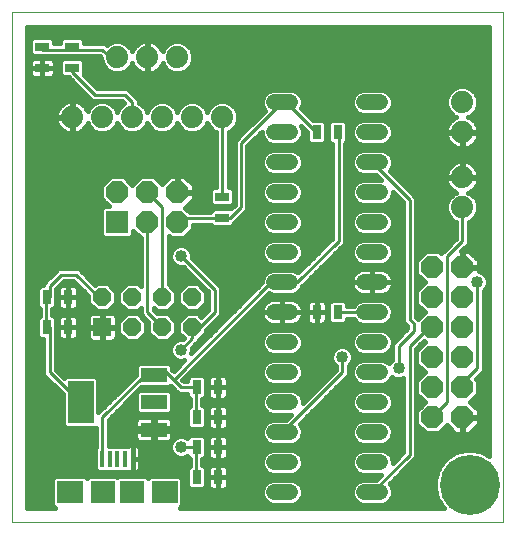
<source format=gtl>
G75*
%MOIN*%
%OFA0B0*%
%FSLAX25Y25*%
%IPPOS*%
%LPD*%
%AMOC8*
5,1,8,0,0,1.08239X$1,22.5*
%
%ADD10C,0.00000*%
%ADD11C,0.07400*%
%ADD12C,0.05200*%
%ADD13R,0.03150X0.04724*%
%ADD14R,0.04724X0.03150*%
%ADD15R,0.08800X0.04800*%
%ADD16R,0.08661X0.14173*%
%ADD17R,0.06000X0.06000*%
%ADD18OC8,0.06000*%
%ADD19R,0.07400X0.07400*%
%ADD20OC8,0.07400*%
%ADD21R,0.01575X0.05512*%
%ADD22R,0.07874X0.07480*%
%ADD23R,0.08661X0.07480*%
%ADD24C,0.01600*%
%ADD25C,0.04356*%
%ADD26C,0.01000*%
%ADD27C,0.04000*%
%ADD28C,0.20000*%
D10*
X0006800Y0013472D02*
X0006800Y0183433D01*
X0170501Y0183433D01*
X0170501Y0013472D01*
X0006800Y0013472D01*
D11*
X0026800Y0148472D03*
X0036800Y0148472D03*
X0046800Y0148472D03*
X0056800Y0148472D03*
X0066800Y0148472D03*
X0076800Y0148472D03*
X0061800Y0168472D03*
X0051800Y0168472D03*
X0041800Y0168472D03*
X0156800Y0153472D03*
X0156800Y0143472D03*
X0156800Y0128472D03*
X0156800Y0118472D03*
D12*
X0129400Y0113472D02*
X0124200Y0113472D01*
X0124200Y0103472D02*
X0129400Y0103472D01*
X0129400Y0093472D02*
X0124200Y0093472D01*
X0124200Y0083472D02*
X0129400Y0083472D01*
X0129400Y0073472D02*
X0124200Y0073472D01*
X0124200Y0063472D02*
X0129400Y0063472D01*
X0129400Y0053472D02*
X0124200Y0053472D01*
X0124200Y0043472D02*
X0129400Y0043472D01*
X0129400Y0033472D02*
X0124200Y0033472D01*
X0124200Y0023472D02*
X0129400Y0023472D01*
X0099400Y0023472D02*
X0094200Y0023472D01*
X0094200Y0033472D02*
X0099400Y0033472D01*
X0099400Y0043472D02*
X0094200Y0043472D01*
X0094200Y0053472D02*
X0099400Y0053472D01*
X0099400Y0063472D02*
X0094200Y0063472D01*
X0094200Y0073472D02*
X0099400Y0073472D01*
X0099400Y0083472D02*
X0094200Y0083472D01*
X0094200Y0093472D02*
X0099400Y0093472D01*
X0099400Y0103472D02*
X0094200Y0103472D01*
X0094200Y0113472D02*
X0099400Y0113472D01*
X0099400Y0123472D02*
X0094200Y0123472D01*
X0094200Y0133472D02*
X0099400Y0133472D01*
X0099400Y0143472D02*
X0094200Y0143472D01*
X0094200Y0153472D02*
X0099400Y0153472D01*
X0124200Y0153472D02*
X0129400Y0153472D01*
X0129400Y0143472D02*
X0124200Y0143472D01*
X0124200Y0133472D02*
X0129400Y0133472D01*
X0129400Y0123472D02*
X0124200Y0123472D01*
D13*
X0115343Y0143472D03*
X0108257Y0143472D03*
X0108257Y0083472D03*
X0115343Y0083472D03*
X0075343Y0058472D03*
X0068257Y0058472D03*
X0068257Y0048472D03*
X0075343Y0048472D03*
X0075343Y0038472D03*
X0068257Y0038472D03*
X0068257Y0028472D03*
X0075343Y0028472D03*
X0025343Y0078472D03*
X0018257Y0078472D03*
X0018257Y0088472D03*
X0025343Y0088472D03*
D14*
X0076800Y0114929D03*
X0076800Y0122016D03*
X0026800Y0164929D03*
X0026800Y0172016D03*
X0016800Y0172016D03*
X0016800Y0164929D03*
D15*
X0054000Y0062572D03*
X0054000Y0053472D03*
X0054000Y0044372D03*
D16*
X0029599Y0053472D03*
D17*
X0036800Y0078472D03*
D18*
X0036800Y0088472D03*
X0046800Y0088472D03*
X0046800Y0078472D03*
X0056800Y0078472D03*
X0056800Y0088472D03*
X0066800Y0088472D03*
X0066800Y0078472D03*
D19*
X0041800Y0113472D03*
D20*
X0041800Y0123472D03*
X0051800Y0123472D03*
X0051800Y0113472D03*
X0061800Y0113472D03*
X0061800Y0123472D03*
X0146800Y0098472D03*
X0146800Y0088472D03*
X0146800Y0078472D03*
X0156800Y0078472D03*
X0156800Y0088472D03*
X0156800Y0098472D03*
X0156800Y0068472D03*
X0156800Y0058472D03*
X0156800Y0048472D03*
X0146800Y0048472D03*
X0146800Y0058472D03*
X0146800Y0068472D03*
D21*
X0046918Y0034693D03*
X0044359Y0034693D03*
X0041800Y0034693D03*
X0039241Y0034693D03*
X0036682Y0034693D03*
D22*
X0036879Y0023472D03*
X0046721Y0023472D03*
D23*
X0057548Y0023472D03*
X0026052Y0023472D03*
D24*
X0020121Y0023268D02*
X0011600Y0023268D01*
X0011600Y0024866D02*
X0020121Y0024866D01*
X0020121Y0026465D02*
X0011600Y0026465D01*
X0011600Y0028064D02*
X0020309Y0028064D01*
X0020121Y0027875D02*
X0020121Y0019070D01*
X0020918Y0018272D01*
X0011600Y0018272D01*
X0011600Y0178633D01*
X0165701Y0178633D01*
X0165701Y0035671D01*
X0163777Y0036782D01*
X0160827Y0037572D01*
X0157773Y0037572D01*
X0154823Y0036782D01*
X0152177Y0035255D01*
X0150018Y0033095D01*
X0148491Y0030450D01*
X0147700Y0027500D01*
X0147700Y0024445D01*
X0148491Y0021495D01*
X0150018Y0018850D01*
X0150595Y0018272D01*
X0062682Y0018272D01*
X0063479Y0019070D01*
X0063479Y0027875D01*
X0062541Y0028813D01*
X0052555Y0028813D01*
X0051938Y0028196D01*
X0051321Y0028813D01*
X0042122Y0028813D01*
X0041800Y0028491D01*
X0041478Y0028813D01*
X0032279Y0028813D01*
X0031662Y0028196D01*
X0031045Y0028813D01*
X0021059Y0028813D01*
X0020121Y0027875D01*
X0020121Y0021669D02*
X0011600Y0021669D01*
X0011600Y0020071D02*
X0020121Y0020071D01*
X0020718Y0018472D02*
X0011600Y0018472D01*
X0011600Y0029662D02*
X0065082Y0029662D01*
X0065082Y0028064D02*
X0063291Y0028064D01*
X0063479Y0026465D02*
X0065082Y0026465D01*
X0065082Y0025447D02*
X0066019Y0024510D01*
X0070494Y0024510D01*
X0071431Y0025447D01*
X0071431Y0031497D01*
X0070494Y0032435D01*
X0070150Y0032435D01*
X0070150Y0034510D01*
X0070494Y0034510D01*
X0071431Y0035447D01*
X0071431Y0041497D01*
X0070494Y0042435D01*
X0066019Y0042435D01*
X0065099Y0041515D01*
X0065089Y0041524D01*
X0063766Y0042072D01*
X0062334Y0042072D01*
X0061011Y0041524D01*
X0059998Y0040512D01*
X0059450Y0039189D01*
X0059450Y0037756D01*
X0059998Y0036433D01*
X0061011Y0035421D01*
X0062334Y0034872D01*
X0063766Y0034872D01*
X0065089Y0035421D01*
X0065099Y0035430D01*
X0065950Y0034579D01*
X0065950Y0032365D01*
X0065082Y0031497D01*
X0065082Y0025447D01*
X0065663Y0024866D02*
X0063479Y0024866D01*
X0063479Y0023268D02*
X0090000Y0023268D01*
X0090000Y0022637D02*
X0090000Y0024308D01*
X0090639Y0025852D01*
X0091821Y0027033D01*
X0093365Y0027672D01*
X0100235Y0027672D01*
X0101779Y0027033D01*
X0102961Y0025852D01*
X0103600Y0024308D01*
X0103600Y0022637D01*
X0102961Y0021093D01*
X0101779Y0019912D01*
X0100235Y0019272D01*
X0093365Y0019272D01*
X0091821Y0019912D01*
X0090639Y0021093D01*
X0090000Y0022637D01*
X0090401Y0021669D02*
X0063479Y0021669D01*
X0063479Y0020071D02*
X0091662Y0020071D01*
X0090231Y0024866D02*
X0078220Y0024866D01*
X0078358Y0025005D02*
X0078595Y0025415D01*
X0078718Y0025873D01*
X0078718Y0028472D01*
X0075343Y0028472D01*
X0075343Y0028472D01*
X0075343Y0024310D01*
X0073532Y0024310D01*
X0073074Y0024433D01*
X0072663Y0024670D01*
X0072328Y0025005D01*
X0072091Y0025415D01*
X0071969Y0025873D01*
X0071969Y0028472D01*
X0075343Y0028472D01*
X0075343Y0028472D01*
X0075343Y0024310D01*
X0077155Y0024310D01*
X0077613Y0024433D01*
X0078023Y0024670D01*
X0078358Y0025005D01*
X0078718Y0026465D02*
X0091253Y0026465D01*
X0092424Y0029662D02*
X0078718Y0029662D01*
X0078718Y0028472D02*
X0078718Y0031072D01*
X0078595Y0031529D01*
X0078358Y0031940D01*
X0078023Y0032275D01*
X0077613Y0032512D01*
X0077155Y0032635D01*
X0075343Y0032635D01*
X0073532Y0032635D01*
X0073074Y0032512D01*
X0072663Y0032275D01*
X0072328Y0031940D01*
X0072091Y0031529D01*
X0071969Y0031072D01*
X0071968Y0028472D01*
X0075343Y0028472D01*
X0075343Y0028472D01*
X0075343Y0028473D02*
X0075343Y0032635D01*
X0075343Y0028473D01*
X0075343Y0028473D01*
X0075343Y0028472D02*
X0078718Y0028472D01*
X0078718Y0028064D02*
X0128421Y0028064D01*
X0128030Y0027672D02*
X0123365Y0027672D01*
X0121821Y0027033D01*
X0120639Y0025852D01*
X0120000Y0024308D01*
X0120000Y0022637D01*
X0120639Y0021093D01*
X0121821Y0019912D01*
X0123365Y0019272D01*
X0130235Y0019272D01*
X0131779Y0019912D01*
X0132961Y0021093D01*
X0133600Y0022637D01*
X0133600Y0024308D01*
X0132961Y0025852D01*
X0132555Y0026257D01*
X0140170Y0033872D01*
X0141400Y0035103D01*
X0141400Y0071353D01*
X0143912Y0073865D01*
X0144305Y0073472D01*
X0141500Y0070668D01*
X0141500Y0066277D01*
X0144305Y0063472D01*
X0141500Y0060668D01*
X0141500Y0056277D01*
X0144305Y0053472D01*
X0141500Y0050668D01*
X0141500Y0046277D01*
X0144605Y0043172D01*
X0148995Y0043172D01*
X0151659Y0045836D01*
X0154522Y0042972D01*
X0156600Y0042972D01*
X0156600Y0048272D01*
X0157000Y0048272D01*
X0157000Y0042972D01*
X0159078Y0042972D01*
X0162300Y0046194D01*
X0162300Y0048272D01*
X0157000Y0048272D01*
X0157000Y0048672D01*
X0162300Y0048672D01*
X0162300Y0050751D01*
X0159437Y0053614D01*
X0162100Y0056277D01*
X0162100Y0060668D01*
X0161408Y0061360D01*
X0163900Y0063853D01*
X0163900Y0090481D01*
X0164852Y0091433D01*
X0165400Y0092756D01*
X0165400Y0094189D01*
X0164852Y0095512D01*
X0163839Y0096524D01*
X0162516Y0097072D01*
X0162300Y0097072D01*
X0162300Y0098272D01*
X0157000Y0098272D01*
X0157000Y0098672D01*
X0162300Y0098672D01*
X0162300Y0100751D01*
X0159078Y0103972D01*
X0157000Y0103972D01*
X0157000Y0098673D01*
X0156600Y0098673D01*
X0156600Y0103972D01*
X0156520Y0103972D01*
X0158900Y0106353D01*
X0158900Y0113606D01*
X0159802Y0113979D01*
X0161293Y0115470D01*
X0162100Y0117418D01*
X0162100Y0119527D01*
X0161293Y0121475D01*
X0159802Y0122966D01*
X0158856Y0123357D01*
X0158911Y0123375D01*
X0159683Y0123768D01*
X0160383Y0124277D01*
X0160995Y0124889D01*
X0161504Y0125590D01*
X0161897Y0126361D01*
X0162165Y0127185D01*
X0162300Y0128040D01*
X0162300Y0128272D01*
X0157000Y0128272D01*
X0157000Y0128672D01*
X0162300Y0128672D01*
X0162300Y0128905D01*
X0162165Y0129760D01*
X0161897Y0130584D01*
X0161504Y0131355D01*
X0160995Y0132055D01*
X0160383Y0132668D01*
X0159683Y0133176D01*
X0158911Y0133569D01*
X0158088Y0133837D01*
X0157233Y0133972D01*
X0157000Y0133972D01*
X0157000Y0128673D01*
X0156600Y0128673D01*
X0156600Y0133972D01*
X0156367Y0133972D01*
X0155512Y0133837D01*
X0154689Y0133569D01*
X0153917Y0133176D01*
X0153217Y0132668D01*
X0152605Y0132055D01*
X0152096Y0131355D01*
X0151703Y0130584D01*
X0151435Y0129760D01*
X0151300Y0128905D01*
X0151300Y0128672D01*
X0156600Y0128672D01*
X0156600Y0128272D01*
X0151300Y0128272D01*
X0151300Y0128040D01*
X0151435Y0127185D01*
X0151703Y0126361D01*
X0152096Y0125590D01*
X0152605Y0124889D01*
X0153217Y0124277D01*
X0153917Y0123768D01*
X0154689Y0123375D01*
X0154744Y0123357D01*
X0153798Y0122966D01*
X0152307Y0121475D01*
X0151500Y0119527D01*
X0151500Y0117418D01*
X0152307Y0115470D01*
X0153798Y0113979D01*
X0154700Y0113606D01*
X0154700Y0108092D01*
X0150930Y0104322D01*
X0149700Y0103092D01*
X0149700Y0103068D01*
X0148995Y0103772D01*
X0144605Y0103772D01*
X0141500Y0100668D01*
X0141500Y0096277D01*
X0144305Y0093472D01*
X0141500Y0090668D01*
X0141500Y0086277D01*
X0144305Y0083472D01*
X0142037Y0081205D01*
X0141420Y0081822D01*
X0141400Y0081842D01*
X0141400Y0121842D01*
X0140170Y0123072D01*
X0132555Y0130688D01*
X0132961Y0131093D01*
X0133600Y0132637D01*
X0133600Y0134308D01*
X0132961Y0135852D01*
X0131779Y0137033D01*
X0130235Y0137672D01*
X0123365Y0137672D01*
X0121821Y0137033D01*
X0120639Y0135852D01*
X0120000Y0134308D01*
X0120000Y0132637D01*
X0120639Y0131093D01*
X0121821Y0129912D01*
X0123365Y0129272D01*
X0128030Y0129272D01*
X0129630Y0127672D01*
X0123365Y0127672D01*
X0121821Y0127033D01*
X0120639Y0125852D01*
X0120000Y0124308D01*
X0120000Y0122637D01*
X0120639Y0121093D01*
X0121821Y0119912D01*
X0123365Y0119272D01*
X0130235Y0119272D01*
X0131779Y0119912D01*
X0132961Y0121093D01*
X0133600Y0122637D01*
X0133600Y0123703D01*
X0137200Y0120103D01*
X0137200Y0080103D01*
X0138450Y0078853D01*
X0138450Y0078092D01*
X0133600Y0073242D01*
X0133600Y0074308D01*
X0132961Y0075852D01*
X0131779Y0077033D01*
X0130235Y0077672D01*
X0123365Y0077672D01*
X0121821Y0077033D01*
X0120639Y0075852D01*
X0120000Y0074308D01*
X0120000Y0072637D01*
X0120639Y0071093D01*
X0121821Y0069912D01*
X0123365Y0069272D01*
X0130235Y0069272D01*
X0131779Y0069912D01*
X0132961Y0071093D01*
X0133450Y0072275D01*
X0133450Y0067714D01*
X0132498Y0066762D01*
X0132367Y0066445D01*
X0131779Y0067033D01*
X0130235Y0067672D01*
X0123365Y0067672D01*
X0121821Y0067033D01*
X0120639Y0065852D01*
X0120000Y0064308D01*
X0120000Y0062637D01*
X0120639Y0061093D01*
X0121821Y0059912D01*
X0123365Y0059272D01*
X0130235Y0059272D01*
X0131779Y0059912D01*
X0132961Y0061093D01*
X0133291Y0061891D01*
X0133511Y0061671D01*
X0134834Y0061122D01*
X0136266Y0061122D01*
X0137200Y0061509D01*
X0137200Y0036842D01*
X0133600Y0033242D01*
X0133600Y0034308D01*
X0132961Y0035852D01*
X0131779Y0037033D01*
X0130235Y0037672D01*
X0123365Y0037672D01*
X0121821Y0037033D01*
X0120639Y0035852D01*
X0120000Y0034308D01*
X0120000Y0032637D01*
X0120639Y0031093D01*
X0121821Y0029912D01*
X0123365Y0029272D01*
X0129630Y0029272D01*
X0128030Y0027672D01*
X0132762Y0026465D02*
X0147700Y0026465D01*
X0147700Y0024866D02*
X0133369Y0024866D01*
X0133600Y0023268D02*
X0148015Y0023268D01*
X0148444Y0021669D02*
X0133199Y0021669D01*
X0131938Y0020071D02*
X0149313Y0020071D01*
X0150395Y0018472D02*
X0062882Y0018472D01*
X0070850Y0024866D02*
X0072467Y0024866D01*
X0071969Y0026465D02*
X0071431Y0026465D01*
X0071431Y0028064D02*
X0071969Y0028064D01*
X0071969Y0029662D02*
X0071431Y0029662D01*
X0071431Y0031261D02*
X0072019Y0031261D01*
X0070150Y0032859D02*
X0090000Y0032859D01*
X0090000Y0032637D02*
X0090639Y0031093D01*
X0091821Y0029912D01*
X0093365Y0029272D01*
X0100235Y0029272D01*
X0101779Y0029912D01*
X0102961Y0031093D01*
X0103600Y0032637D01*
X0103600Y0034308D01*
X0102961Y0035852D01*
X0101779Y0037033D01*
X0100235Y0037672D01*
X0093365Y0037672D01*
X0091821Y0037033D01*
X0090639Y0035852D01*
X0090000Y0034308D01*
X0090000Y0032637D01*
X0090570Y0031261D02*
X0078667Y0031261D01*
X0075343Y0031261D02*
X0075343Y0031261D01*
X0075343Y0029662D02*
X0075343Y0029662D01*
X0075343Y0028064D02*
X0075343Y0028064D01*
X0075343Y0026465D02*
X0075343Y0026465D01*
X0075343Y0024866D02*
X0075343Y0024866D01*
X0075343Y0034310D02*
X0073532Y0034310D01*
X0073074Y0034433D01*
X0072663Y0034670D01*
X0072328Y0035005D01*
X0072091Y0035415D01*
X0071969Y0035873D01*
X0071969Y0038472D01*
X0075343Y0038472D01*
X0075343Y0038472D01*
X0075343Y0034310D01*
X0077155Y0034310D01*
X0077613Y0034433D01*
X0078023Y0034670D01*
X0078358Y0035005D01*
X0078595Y0035415D01*
X0078718Y0035873D01*
X0078718Y0038472D01*
X0075343Y0038472D01*
X0075343Y0038472D01*
X0075343Y0034310D01*
X0075343Y0034458D02*
X0075343Y0034458D01*
X0075343Y0036056D02*
X0075343Y0036056D01*
X0075343Y0037655D02*
X0075343Y0037655D01*
X0075343Y0038472D02*
X0075343Y0038472D01*
X0071968Y0038472D01*
X0071969Y0041072D01*
X0072091Y0041529D01*
X0072328Y0041940D01*
X0072663Y0042275D01*
X0073074Y0042512D01*
X0073532Y0042635D01*
X0075343Y0042635D01*
X0075343Y0038473D01*
X0075343Y0038473D01*
X0075343Y0042635D01*
X0077155Y0042635D01*
X0077613Y0042512D01*
X0078023Y0042275D01*
X0078358Y0041940D01*
X0078595Y0041529D01*
X0078718Y0041072D01*
X0078718Y0038472D01*
X0075343Y0038472D01*
X0075343Y0039253D02*
X0075343Y0039253D01*
X0075343Y0040852D02*
X0075343Y0040852D01*
X0075343Y0042450D02*
X0075343Y0042450D01*
X0075343Y0044310D02*
X0073532Y0044310D01*
X0073074Y0044433D01*
X0072663Y0044670D01*
X0072328Y0045005D01*
X0072091Y0045415D01*
X0071969Y0045873D01*
X0071969Y0048472D01*
X0075343Y0048472D01*
X0075343Y0048472D01*
X0075343Y0044310D01*
X0077155Y0044310D01*
X0077613Y0044433D01*
X0078023Y0044670D01*
X0078358Y0045005D01*
X0078595Y0045415D01*
X0078718Y0045873D01*
X0078718Y0048472D01*
X0075343Y0048472D01*
X0075343Y0048472D01*
X0075343Y0044310D01*
X0075343Y0045647D02*
X0075343Y0045647D01*
X0075343Y0047246D02*
X0075343Y0047246D01*
X0075343Y0048472D02*
X0075343Y0048472D01*
X0071968Y0048472D01*
X0071969Y0051072D01*
X0072091Y0051529D01*
X0072328Y0051940D01*
X0072663Y0052275D01*
X0073074Y0052512D01*
X0073532Y0052635D01*
X0075343Y0052635D01*
X0075343Y0048473D01*
X0075343Y0048473D01*
X0075343Y0052635D01*
X0077155Y0052635D01*
X0077613Y0052512D01*
X0078023Y0052275D01*
X0078358Y0051940D01*
X0078595Y0051529D01*
X0078718Y0051072D01*
X0078718Y0048472D01*
X0075343Y0048472D01*
X0075343Y0048844D02*
X0075343Y0048844D01*
X0075343Y0050443D02*
X0075343Y0050443D01*
X0075343Y0052041D02*
X0075343Y0052041D01*
X0075343Y0054310D02*
X0073532Y0054310D01*
X0073074Y0054433D01*
X0072663Y0054670D01*
X0072328Y0055005D01*
X0072091Y0055415D01*
X0071969Y0055873D01*
X0071969Y0058472D01*
X0075343Y0058472D01*
X0075343Y0058472D01*
X0075343Y0054310D01*
X0077155Y0054310D01*
X0077613Y0054433D01*
X0078023Y0054670D01*
X0078358Y0055005D01*
X0078595Y0055415D01*
X0078718Y0055873D01*
X0078718Y0058472D01*
X0075343Y0058472D01*
X0075343Y0058472D01*
X0075343Y0054310D01*
X0075343Y0055238D02*
X0075343Y0055238D01*
X0075343Y0056837D02*
X0075343Y0056837D01*
X0075343Y0058435D02*
X0075343Y0058435D01*
X0075343Y0058472D02*
X0075343Y0058472D01*
X0071968Y0058472D01*
X0071969Y0061072D01*
X0072091Y0061529D01*
X0072328Y0061940D01*
X0072663Y0062275D01*
X0073074Y0062512D01*
X0073532Y0062635D01*
X0075343Y0062635D01*
X0075343Y0058473D01*
X0075343Y0058473D01*
X0075343Y0062635D01*
X0077155Y0062635D01*
X0077613Y0062512D01*
X0078023Y0062275D01*
X0078358Y0061940D01*
X0078595Y0061529D01*
X0078718Y0061072D01*
X0078718Y0058472D01*
X0075343Y0058472D01*
X0075343Y0060034D02*
X0075343Y0060034D01*
X0075343Y0061632D02*
X0075343Y0061632D01*
X0078536Y0061632D02*
X0090416Y0061632D01*
X0090639Y0061093D02*
X0091821Y0059912D01*
X0093365Y0059272D01*
X0100235Y0059272D01*
X0101779Y0059912D01*
X0102961Y0061093D01*
X0103600Y0062637D01*
X0103600Y0064308D01*
X0102961Y0065852D01*
X0101779Y0067033D01*
X0100235Y0067672D01*
X0093365Y0067672D01*
X0091821Y0067033D01*
X0090639Y0065852D01*
X0090000Y0064308D01*
X0090000Y0062637D01*
X0090639Y0061093D01*
X0091699Y0060034D02*
X0078718Y0060034D01*
X0078718Y0058435D02*
X0108793Y0058435D01*
X0107194Y0056837D02*
X0101975Y0056837D01*
X0101779Y0057033D02*
X0102961Y0055852D01*
X0103600Y0054308D01*
X0103600Y0053242D01*
X0114700Y0064342D01*
X0114700Y0065481D01*
X0113748Y0066433D01*
X0113200Y0067756D01*
X0113200Y0069189D01*
X0113748Y0070512D01*
X0114761Y0071524D01*
X0116084Y0072072D01*
X0117516Y0072072D01*
X0118839Y0071524D01*
X0119852Y0070512D01*
X0120400Y0069189D01*
X0120400Y0067756D01*
X0119852Y0066433D01*
X0118900Y0065481D01*
X0118900Y0062603D01*
X0117670Y0061372D01*
X0102555Y0046257D01*
X0102961Y0045852D01*
X0103600Y0044308D01*
X0103600Y0042637D01*
X0102961Y0041093D01*
X0101779Y0039912D01*
X0100235Y0039272D01*
X0093365Y0039272D01*
X0091821Y0039912D01*
X0090639Y0041093D01*
X0090000Y0042637D01*
X0090000Y0044308D01*
X0090639Y0045852D01*
X0091821Y0047033D01*
X0093365Y0047672D01*
X0098030Y0047672D01*
X0099630Y0049272D01*
X0093365Y0049272D01*
X0091821Y0049912D01*
X0090639Y0051093D01*
X0090000Y0052637D01*
X0090000Y0054308D01*
X0090639Y0055852D01*
X0091821Y0057033D01*
X0093365Y0057672D01*
X0100235Y0057672D01*
X0101779Y0057033D01*
X0103215Y0055238D02*
X0105596Y0055238D01*
X0103997Y0053640D02*
X0103600Y0053640D01*
X0106740Y0050443D02*
X0121290Y0050443D01*
X0121821Y0049912D02*
X0120639Y0051093D01*
X0120000Y0052637D01*
X0120000Y0054308D01*
X0120639Y0055852D01*
X0121821Y0057033D01*
X0123365Y0057672D01*
X0130235Y0057672D01*
X0131779Y0057033D01*
X0132961Y0055852D01*
X0133600Y0054308D01*
X0133600Y0052637D01*
X0132961Y0051093D01*
X0131779Y0049912D01*
X0130235Y0049272D01*
X0123365Y0049272D01*
X0121821Y0049912D01*
X0120247Y0052041D02*
X0108339Y0052041D01*
X0109937Y0053640D02*
X0120000Y0053640D01*
X0120385Y0055238D02*
X0111536Y0055238D01*
X0113134Y0056837D02*
X0121625Y0056837D01*
X0121699Y0060034D02*
X0116331Y0060034D01*
X0117930Y0061632D02*
X0120416Y0061632D01*
X0120000Y0063231D02*
X0118900Y0063231D01*
X0118900Y0064829D02*
X0120216Y0064829D01*
X0119847Y0066428D02*
X0121216Y0066428D01*
X0120400Y0068026D02*
X0133450Y0068026D01*
X0133450Y0069625D02*
X0131086Y0069625D01*
X0133014Y0071223D02*
X0133450Y0071223D01*
X0133553Y0074420D02*
X0134778Y0074420D01*
X0136377Y0076019D02*
X0132793Y0076019D01*
X0130368Y0077617D02*
X0137975Y0077617D01*
X0138087Y0079216D02*
X0100538Y0079216D01*
X0100430Y0079181D02*
X0101089Y0079395D01*
X0101706Y0079709D01*
X0102266Y0080116D01*
X0102756Y0080606D01*
X0103163Y0081166D01*
X0103478Y0081783D01*
X0103692Y0082442D01*
X0103800Y0083126D01*
X0103800Y0083472D01*
X0096800Y0083472D01*
X0096800Y0079072D01*
X0099746Y0079072D01*
X0100430Y0079181D01*
X0100235Y0077672D02*
X0101779Y0077033D01*
X0102961Y0075852D01*
X0103600Y0074308D01*
X0103600Y0072637D01*
X0102961Y0071093D01*
X0101779Y0069912D01*
X0100235Y0069272D01*
X0093365Y0069272D01*
X0091821Y0069912D01*
X0090639Y0071093D01*
X0090000Y0072637D01*
X0090000Y0074308D01*
X0090639Y0075852D01*
X0091821Y0077033D01*
X0093365Y0077672D01*
X0100235Y0077672D01*
X0100368Y0077617D02*
X0123232Y0077617D01*
X0123365Y0079272D02*
X0121821Y0079912D01*
X0120639Y0081093D01*
X0120524Y0081372D01*
X0118518Y0081372D01*
X0118518Y0080447D01*
X0117581Y0079510D01*
X0113106Y0079510D01*
X0112169Y0080447D01*
X0112169Y0086497D01*
X0113106Y0087435D01*
X0117581Y0087435D01*
X0118518Y0086497D01*
X0118518Y0085572D01*
X0120524Y0085572D01*
X0120639Y0085852D01*
X0121821Y0087033D01*
X0123365Y0087672D01*
X0130235Y0087672D01*
X0131779Y0087033D01*
X0132961Y0085852D01*
X0133600Y0084308D01*
X0133600Y0082637D01*
X0132961Y0081093D01*
X0131779Y0079912D01*
X0130235Y0079272D01*
X0123365Y0079272D01*
X0120918Y0080814D02*
X0118518Y0080814D01*
X0118518Y0085610D02*
X0120539Y0085610D01*
X0122244Y0087208D02*
X0117807Y0087208D01*
X0121044Y0090405D02*
X0102273Y0090405D01*
X0101779Y0089912D02*
X0102961Y0091093D01*
X0103364Y0092066D01*
X0103900Y0092603D01*
X0117650Y0106353D01*
X0117650Y0139579D01*
X0118518Y0140447D01*
X0118518Y0146497D01*
X0117581Y0147435D01*
X0113106Y0147435D01*
X0112169Y0146497D01*
X0112169Y0140447D01*
X0113106Y0139510D01*
X0113450Y0139510D01*
X0113450Y0108092D01*
X0102085Y0096727D01*
X0101779Y0097033D01*
X0100235Y0097672D01*
X0093365Y0097672D01*
X0091821Y0097033D01*
X0090639Y0095852D01*
X0090000Y0094308D01*
X0090000Y0093392D01*
X0066499Y0069891D01*
X0066650Y0070256D01*
X0066650Y0071603D01*
X0068900Y0073853D01*
X0068900Y0074067D01*
X0071400Y0076567D01*
X0071400Y0077603D01*
X0076400Y0082603D01*
X0076400Y0091842D01*
X0075170Y0093072D01*
X0066650Y0101592D01*
X0066650Y0102939D01*
X0066102Y0104262D01*
X0065089Y0105274D01*
X0063766Y0105822D01*
X0062334Y0105822D01*
X0061011Y0105274D01*
X0059998Y0104262D01*
X0059450Y0102939D01*
X0059450Y0101506D01*
X0059998Y0100183D01*
X0061011Y0099171D01*
X0062334Y0098622D01*
X0063680Y0098622D01*
X0072200Y0090103D01*
X0072200Y0084342D01*
X0069818Y0081960D01*
X0068705Y0083072D01*
X0064895Y0083072D01*
X0062200Y0080378D01*
X0062200Y0076567D01*
X0063937Y0074830D01*
X0063680Y0074572D01*
X0062334Y0074572D01*
X0061011Y0074024D01*
X0059998Y0073012D01*
X0059450Y0071689D01*
X0059450Y0070256D01*
X0059998Y0068933D01*
X0061011Y0067921D01*
X0062334Y0067372D01*
X0063766Y0067372D01*
X0064132Y0067524D01*
X0060550Y0063942D01*
X0060150Y0064342D01*
X0060000Y0064492D01*
X0060000Y0065635D01*
X0059063Y0066572D01*
X0048937Y0066572D01*
X0048000Y0065635D01*
X0048000Y0062642D01*
X0035530Y0050172D01*
X0035530Y0061222D01*
X0034593Y0062159D01*
X0024606Y0062159D01*
X0024095Y0061648D01*
X0021400Y0064342D01*
X0021400Y0075416D01*
X0021431Y0075447D01*
X0021431Y0081497D01*
X0020494Y0082435D01*
X0020150Y0082435D01*
X0020150Y0084510D01*
X0020494Y0084510D01*
X0021431Y0085447D01*
X0021431Y0091384D01*
X0023920Y0093872D01*
X0027180Y0093872D01*
X0032200Y0088853D01*
X0032200Y0086567D01*
X0034895Y0083872D01*
X0038705Y0083872D01*
X0041400Y0086567D01*
X0041400Y0090378D01*
X0038705Y0093072D01*
X0034895Y0093072D01*
X0034407Y0092585D01*
X0028920Y0098072D01*
X0022180Y0098072D01*
X0020950Y0096842D01*
X0017200Y0093092D01*
X0017200Y0092435D01*
X0016019Y0092435D01*
X0015082Y0091497D01*
X0015082Y0085447D01*
X0015950Y0084579D01*
X0015950Y0082365D01*
X0015082Y0081497D01*
X0015082Y0075447D01*
X0016019Y0074510D01*
X0017200Y0074510D01*
X0017200Y0062603D01*
X0023669Y0056134D01*
X0023669Y0045723D01*
X0024606Y0044786D01*
X0034593Y0044786D01*
X0034700Y0044893D01*
X0034700Y0038517D01*
X0034294Y0038112D01*
X0034294Y0031274D01*
X0035232Y0030337D01*
X0045302Y0030337D01*
X0045436Y0030260D01*
X0045894Y0030137D01*
X0046918Y0030137D01*
X0046918Y0034693D01*
X0046918Y0039249D01*
X0045894Y0039249D01*
X0045436Y0039126D01*
X0045302Y0039049D01*
X0038900Y0039049D01*
X0038900Y0047603D01*
X0049870Y0058572D01*
X0059063Y0058572D01*
X0059521Y0059031D01*
X0059680Y0058872D01*
X0059680Y0058872D01*
X0062180Y0056372D01*
X0065082Y0056372D01*
X0065082Y0055447D01*
X0065950Y0054579D01*
X0065950Y0052365D01*
X0065082Y0051497D01*
X0065082Y0045447D01*
X0066019Y0044510D01*
X0070494Y0044510D01*
X0071431Y0045447D01*
X0071431Y0051497D01*
X0070494Y0052435D01*
X0070150Y0052435D01*
X0070150Y0054510D01*
X0070494Y0054510D01*
X0071431Y0055447D01*
X0071431Y0061497D01*
X0070494Y0062435D01*
X0066019Y0062435D01*
X0065082Y0061497D01*
X0065082Y0060572D01*
X0063920Y0060572D01*
X0063520Y0060972D01*
X0092272Y0089725D01*
X0093365Y0089272D01*
X0100235Y0089272D01*
X0101779Y0089912D01*
X0101089Y0087550D02*
X0100430Y0087764D01*
X0099746Y0087872D01*
X0096800Y0087872D01*
X0093854Y0087872D01*
X0093170Y0087764D01*
X0092511Y0087550D01*
X0091894Y0087236D01*
X0091334Y0086829D01*
X0090844Y0086339D01*
X0090437Y0085779D01*
X0090122Y0085161D01*
X0089908Y0084503D01*
X0089800Y0083819D01*
X0089800Y0083472D01*
X0089800Y0083126D01*
X0089908Y0082442D01*
X0090122Y0081783D01*
X0090437Y0081166D01*
X0090844Y0080606D01*
X0091334Y0080116D01*
X0091894Y0079709D01*
X0092511Y0079395D01*
X0093170Y0079181D01*
X0093854Y0079072D01*
X0096800Y0079072D01*
X0096800Y0083472D01*
X0096800Y0083472D01*
X0089800Y0083472D01*
X0096800Y0083472D01*
X0096800Y0083472D01*
X0096800Y0083472D01*
X0103800Y0083472D01*
X0103800Y0083819D01*
X0103692Y0084503D01*
X0103478Y0085161D01*
X0103163Y0085779D01*
X0102756Y0086339D01*
X0102266Y0086829D01*
X0101706Y0087236D01*
X0101089Y0087550D01*
X0101744Y0087208D02*
X0105510Y0087208D01*
X0105577Y0087275D02*
X0105242Y0086940D01*
X0105005Y0086529D01*
X0104882Y0086072D01*
X0104882Y0083472D01*
X0104882Y0080873D01*
X0105005Y0080415D01*
X0105242Y0080005D01*
X0105577Y0079670D01*
X0105987Y0079433D01*
X0106445Y0079310D01*
X0108257Y0079310D01*
X0110068Y0079310D01*
X0110526Y0079433D01*
X0110937Y0079670D01*
X0111272Y0080005D01*
X0111509Y0080415D01*
X0111631Y0080873D01*
X0111631Y0083472D01*
X0108257Y0083472D01*
X0108257Y0079310D01*
X0108257Y0083472D01*
X0108257Y0083472D01*
X0108257Y0083472D01*
X0111631Y0083472D01*
X0111631Y0086072D01*
X0111509Y0086529D01*
X0111272Y0086940D01*
X0110937Y0087275D01*
X0110526Y0087512D01*
X0110068Y0087635D01*
X0108257Y0087635D01*
X0108257Y0083473D01*
X0108257Y0083473D01*
X0108257Y0087635D01*
X0106445Y0087635D01*
X0105987Y0087512D01*
X0105577Y0087275D01*
X0104882Y0085610D02*
X0103249Y0085610D01*
X0103769Y0084011D02*
X0104882Y0084011D01*
X0104882Y0083472D02*
X0108257Y0083472D01*
X0104882Y0083472D01*
X0104882Y0082413D02*
X0103682Y0082413D01*
X0102907Y0080814D02*
X0104898Y0080814D01*
X0108257Y0080814D02*
X0108257Y0080814D01*
X0108257Y0082413D02*
X0108257Y0082413D01*
X0108257Y0083472D02*
X0108257Y0083472D01*
X0108257Y0084011D02*
X0108257Y0084011D01*
X0108257Y0085610D02*
X0108257Y0085610D01*
X0108257Y0087208D02*
X0108257Y0087208D01*
X0111003Y0087208D02*
X0112880Y0087208D01*
X0112169Y0085610D02*
X0111631Y0085610D01*
X0111631Y0084011D02*
X0112169Y0084011D01*
X0112169Y0082413D02*
X0111631Y0082413D01*
X0111616Y0080814D02*
X0112169Y0080814D01*
X0120000Y0072822D02*
X0103600Y0072822D01*
X0103553Y0074420D02*
X0120047Y0074420D01*
X0120807Y0076019D02*
X0102793Y0076019D01*
X0103014Y0071223D02*
X0114460Y0071223D01*
X0113381Y0069625D02*
X0101086Y0069625D01*
X0102384Y0066428D02*
X0113753Y0066428D01*
X0113200Y0068026D02*
X0070574Y0068026D01*
X0072172Y0069625D02*
X0092514Y0069625D01*
X0090586Y0071223D02*
X0073771Y0071223D01*
X0075369Y0072822D02*
X0090000Y0072822D01*
X0090047Y0074420D02*
X0076968Y0074420D01*
X0078566Y0076019D02*
X0090807Y0076019D01*
X0093232Y0077617D02*
X0080165Y0077617D01*
X0081763Y0079216D02*
X0093062Y0079216D01*
X0090692Y0080814D02*
X0083362Y0080814D01*
X0084960Y0082413D02*
X0089918Y0082413D01*
X0089831Y0084011D02*
X0086559Y0084011D01*
X0088157Y0085610D02*
X0090351Y0085610D01*
X0089756Y0087208D02*
X0091856Y0087208D01*
X0091354Y0088807D02*
X0137200Y0088807D01*
X0137200Y0090405D02*
X0132556Y0090405D01*
X0132756Y0090606D02*
X0133163Y0091166D01*
X0133478Y0091783D01*
X0133692Y0092442D01*
X0133800Y0093126D01*
X0133800Y0093472D01*
X0126800Y0093472D01*
X0126800Y0089072D01*
X0129746Y0089072D01*
X0130430Y0089181D01*
X0131089Y0089395D01*
X0131706Y0089709D01*
X0132266Y0090116D01*
X0132756Y0090606D01*
X0133549Y0092004D02*
X0137200Y0092004D01*
X0137200Y0093602D02*
X0133800Y0093602D01*
X0133800Y0093472D02*
X0133800Y0093819D01*
X0133692Y0094503D01*
X0133478Y0095161D01*
X0133163Y0095779D01*
X0132756Y0096339D01*
X0132266Y0096829D01*
X0131706Y0097236D01*
X0131089Y0097550D01*
X0130430Y0097764D01*
X0129746Y0097872D01*
X0126800Y0097872D01*
X0123854Y0097872D01*
X0123170Y0097764D01*
X0122511Y0097550D01*
X0121894Y0097236D01*
X0121334Y0096829D01*
X0120844Y0096339D01*
X0120437Y0095779D01*
X0120122Y0095161D01*
X0119908Y0094503D01*
X0119800Y0093819D01*
X0119800Y0093472D01*
X0119800Y0093126D01*
X0119908Y0092442D01*
X0120122Y0091783D01*
X0120437Y0091166D01*
X0120844Y0090606D01*
X0121334Y0090116D01*
X0121894Y0089709D01*
X0122511Y0089395D01*
X0123170Y0089181D01*
X0123854Y0089072D01*
X0126800Y0089072D01*
X0126800Y0093472D01*
X0126800Y0093472D01*
X0119800Y0093472D01*
X0126800Y0093472D01*
X0126800Y0093472D01*
X0126800Y0093472D01*
X0133800Y0093472D01*
X0133457Y0095201D02*
X0137200Y0095201D01*
X0137200Y0096799D02*
X0132295Y0096799D01*
X0131779Y0099912D02*
X0130235Y0099272D01*
X0123365Y0099272D01*
X0121821Y0099912D01*
X0120639Y0101093D01*
X0120000Y0102637D01*
X0120000Y0104308D01*
X0120639Y0105852D01*
X0121821Y0107033D01*
X0123365Y0107672D01*
X0130235Y0107672D01*
X0131779Y0107033D01*
X0132961Y0105852D01*
X0133600Y0104308D01*
X0133600Y0102637D01*
X0132961Y0101093D01*
X0131779Y0099912D01*
X0131864Y0099997D02*
X0137200Y0099997D01*
X0137200Y0101595D02*
X0133168Y0101595D01*
X0133600Y0103194D02*
X0137200Y0103194D01*
X0137200Y0104792D02*
X0133399Y0104792D01*
X0132422Y0106391D02*
X0137200Y0106391D01*
X0137200Y0107989D02*
X0117650Y0107989D01*
X0117650Y0106391D02*
X0121178Y0106391D01*
X0120201Y0104792D02*
X0116089Y0104792D01*
X0114491Y0103194D02*
X0120000Y0103194D01*
X0120432Y0101595D02*
X0112892Y0101595D01*
X0111294Y0099997D02*
X0121736Y0099997D01*
X0121305Y0096799D02*
X0108097Y0096799D01*
X0106498Y0095201D02*
X0120143Y0095201D01*
X0119800Y0093602D02*
X0104900Y0093602D01*
X0103338Y0092004D02*
X0120051Y0092004D01*
X0126800Y0092004D02*
X0126800Y0092004D01*
X0126800Y0093473D02*
X0126800Y0097872D01*
X0126800Y0093473D01*
X0126800Y0093473D01*
X0126800Y0093602D02*
X0126800Y0093602D01*
X0126800Y0095201D02*
X0126800Y0095201D01*
X0126800Y0096799D02*
X0126800Y0096799D01*
X0126800Y0090405D02*
X0126800Y0090405D01*
X0131356Y0087208D02*
X0137200Y0087208D01*
X0137200Y0085610D02*
X0133061Y0085610D01*
X0133600Y0084011D02*
X0137200Y0084011D01*
X0137200Y0082413D02*
X0133507Y0082413D01*
X0132682Y0080814D02*
X0137200Y0080814D01*
X0141400Y0082413D02*
X0143245Y0082413D01*
X0143766Y0084011D02*
X0141400Y0084011D01*
X0141400Y0085610D02*
X0142167Y0085610D01*
X0141500Y0087208D02*
X0141400Y0087208D01*
X0141400Y0088807D02*
X0141500Y0088807D01*
X0141500Y0090405D02*
X0141400Y0090405D01*
X0141400Y0092004D02*
X0142836Y0092004D01*
X0144175Y0093602D02*
X0141400Y0093602D01*
X0141400Y0095201D02*
X0142576Y0095201D01*
X0141500Y0096799D02*
X0141400Y0096799D01*
X0141400Y0098398D02*
X0141500Y0098398D01*
X0141500Y0099997D02*
X0141400Y0099997D01*
X0141400Y0101595D02*
X0142427Y0101595D01*
X0141400Y0103194D02*
X0144026Y0103194D01*
X0141400Y0104792D02*
X0151400Y0104792D01*
X0152998Y0106391D02*
X0141400Y0106391D01*
X0141400Y0107989D02*
X0154597Y0107989D01*
X0154700Y0109588D02*
X0141400Y0109588D01*
X0141400Y0111186D02*
X0154700Y0111186D01*
X0154700Y0112785D02*
X0141400Y0112785D01*
X0141400Y0114383D02*
X0153394Y0114383D01*
X0152095Y0115982D02*
X0141400Y0115982D01*
X0141400Y0117580D02*
X0151500Y0117580D01*
X0151500Y0119179D02*
X0141400Y0119179D01*
X0141400Y0120777D02*
X0152018Y0120777D01*
X0153208Y0122376D02*
X0140867Y0122376D01*
X0139268Y0123974D02*
X0153634Y0123974D01*
X0152108Y0125573D02*
X0137670Y0125573D01*
X0136071Y0127171D02*
X0151440Y0127171D01*
X0151300Y0128770D02*
X0134473Y0128770D01*
X0132874Y0130368D02*
X0151633Y0130368D01*
X0152540Y0131967D02*
X0133322Y0131967D01*
X0133600Y0133565D02*
X0154680Y0133565D01*
X0156600Y0133565D02*
X0157000Y0133565D01*
X0157000Y0131967D02*
X0156600Y0131967D01*
X0156600Y0130368D02*
X0157000Y0130368D01*
X0157000Y0128770D02*
X0156600Y0128770D01*
X0159966Y0123974D02*
X0165701Y0123974D01*
X0165701Y0122376D02*
X0160392Y0122376D01*
X0161582Y0120777D02*
X0165701Y0120777D01*
X0165701Y0119179D02*
X0162100Y0119179D01*
X0162100Y0117580D02*
X0165701Y0117580D01*
X0165701Y0115982D02*
X0161505Y0115982D01*
X0160206Y0114383D02*
X0165701Y0114383D01*
X0165701Y0112785D02*
X0158900Y0112785D01*
X0158900Y0111186D02*
X0165701Y0111186D01*
X0165701Y0109588D02*
X0158900Y0109588D01*
X0158900Y0107989D02*
X0165701Y0107989D01*
X0165701Y0106391D02*
X0158900Y0106391D01*
X0157339Y0104792D02*
X0165701Y0104792D01*
X0165701Y0103194D02*
X0159857Y0103194D01*
X0161456Y0101595D02*
X0165701Y0101595D01*
X0165701Y0099997D02*
X0162300Y0099997D01*
X0163175Y0096799D02*
X0165701Y0096799D01*
X0165701Y0095201D02*
X0164981Y0095201D01*
X0165400Y0093602D02*
X0165701Y0093602D01*
X0165701Y0092004D02*
X0165088Y0092004D01*
X0165701Y0090405D02*
X0163900Y0090405D01*
X0163900Y0088807D02*
X0165701Y0088807D01*
X0165701Y0087208D02*
X0163900Y0087208D01*
X0163900Y0085610D02*
X0165701Y0085610D01*
X0165701Y0084011D02*
X0163900Y0084011D01*
X0163900Y0082413D02*
X0165701Y0082413D01*
X0165701Y0080814D02*
X0163900Y0080814D01*
X0163900Y0079216D02*
X0165701Y0079216D01*
X0165701Y0077617D02*
X0163900Y0077617D01*
X0163900Y0076019D02*
X0165701Y0076019D01*
X0165701Y0074420D02*
X0163900Y0074420D01*
X0163900Y0072822D02*
X0165701Y0072822D01*
X0165701Y0071223D02*
X0163900Y0071223D01*
X0163900Y0069625D02*
X0165701Y0069625D01*
X0165701Y0068026D02*
X0163900Y0068026D01*
X0163900Y0066428D02*
X0165701Y0066428D01*
X0165701Y0064829D02*
X0163900Y0064829D01*
X0163278Y0063231D02*
X0165701Y0063231D01*
X0165701Y0061632D02*
X0161680Y0061632D01*
X0162100Y0060034D02*
X0165701Y0060034D01*
X0165701Y0058435D02*
X0162100Y0058435D01*
X0162100Y0056837D02*
X0165701Y0056837D01*
X0165701Y0055238D02*
X0161061Y0055238D01*
X0159463Y0053640D02*
X0165701Y0053640D01*
X0165701Y0052041D02*
X0161009Y0052041D01*
X0162300Y0050443D02*
X0165701Y0050443D01*
X0165701Y0048844D02*
X0162300Y0048844D01*
X0162300Y0047246D02*
X0165701Y0047246D01*
X0165701Y0045647D02*
X0161753Y0045647D01*
X0160154Y0044049D02*
X0165701Y0044049D01*
X0165701Y0042450D02*
X0141400Y0042450D01*
X0141400Y0040852D02*
X0165701Y0040852D01*
X0165701Y0039253D02*
X0141400Y0039253D01*
X0141400Y0037655D02*
X0165701Y0037655D01*
X0165701Y0036056D02*
X0165035Y0036056D01*
X0157000Y0044049D02*
X0156600Y0044049D01*
X0156600Y0045647D02*
X0157000Y0045647D01*
X0157000Y0047246D02*
X0156600Y0047246D01*
X0153446Y0044049D02*
X0149871Y0044049D01*
X0151470Y0045647D02*
X0151847Y0045647D01*
X0143728Y0044049D02*
X0141400Y0044049D01*
X0141400Y0045647D02*
X0142130Y0045647D01*
X0141500Y0047246D02*
X0141400Y0047246D01*
X0141400Y0048844D02*
X0141500Y0048844D01*
X0141500Y0050443D02*
X0141400Y0050443D01*
X0141400Y0052041D02*
X0142873Y0052041D01*
X0144137Y0053640D02*
X0141400Y0053640D01*
X0141400Y0055238D02*
X0142539Y0055238D01*
X0141500Y0056837D02*
X0141400Y0056837D01*
X0141400Y0058435D02*
X0141500Y0058435D01*
X0141500Y0060034D02*
X0141400Y0060034D01*
X0141400Y0061632D02*
X0142464Y0061632D01*
X0141400Y0063231D02*
X0144063Y0063231D01*
X0142948Y0064829D02*
X0141400Y0064829D01*
X0141400Y0066428D02*
X0141500Y0066428D01*
X0141500Y0068026D02*
X0141400Y0068026D01*
X0141400Y0069625D02*
X0141500Y0069625D01*
X0141400Y0071223D02*
X0142056Y0071223D01*
X0142869Y0072822D02*
X0143654Y0072822D01*
X0133603Y0061632D02*
X0133184Y0061632D01*
X0131901Y0060034D02*
X0137200Y0060034D01*
X0137200Y0058435D02*
X0114733Y0058435D01*
X0111990Y0061632D02*
X0103184Y0061632D01*
X0103600Y0063231D02*
X0113588Y0063231D01*
X0114700Y0064829D02*
X0103384Y0064829D01*
X0101901Y0060034D02*
X0110391Y0060034D01*
X0105142Y0048844D02*
X0137200Y0048844D01*
X0137200Y0047246D02*
X0131266Y0047246D01*
X0131779Y0047033D02*
X0130235Y0047672D01*
X0123365Y0047672D01*
X0121821Y0047033D01*
X0120639Y0045852D01*
X0120000Y0044308D01*
X0120000Y0042637D01*
X0120639Y0041093D01*
X0121821Y0039912D01*
X0123365Y0039272D01*
X0130235Y0039272D01*
X0131779Y0039912D01*
X0132961Y0041093D01*
X0133600Y0042637D01*
X0133600Y0044308D01*
X0132961Y0045852D01*
X0131779Y0047033D01*
X0133045Y0045647D02*
X0137200Y0045647D01*
X0137200Y0044049D02*
X0133600Y0044049D01*
X0133523Y0042450D02*
X0137200Y0042450D01*
X0137200Y0040852D02*
X0132719Y0040852D01*
X0130279Y0037655D02*
X0137200Y0037655D01*
X0137200Y0039253D02*
X0078718Y0039253D01*
X0078718Y0037655D02*
X0093321Y0037655D01*
X0090844Y0036056D02*
X0078718Y0036056D01*
X0077656Y0034458D02*
X0090062Y0034458D01*
X0090881Y0040852D02*
X0078718Y0040852D01*
X0077720Y0042450D02*
X0090077Y0042450D01*
X0090000Y0044049D02*
X0054400Y0044049D01*
X0054400Y0043972D02*
X0054400Y0044772D01*
X0060200Y0044772D01*
X0060200Y0047009D01*
X0060077Y0047467D01*
X0059840Y0047878D01*
X0059505Y0048213D01*
X0059095Y0048450D01*
X0058637Y0048572D01*
X0054400Y0048572D01*
X0054400Y0044773D01*
X0053600Y0044773D01*
X0053600Y0048572D01*
X0049363Y0048572D01*
X0048905Y0048450D01*
X0048495Y0048213D01*
X0048160Y0047878D01*
X0047923Y0047467D01*
X0047800Y0047009D01*
X0047800Y0044772D01*
X0053600Y0044772D01*
X0053600Y0043972D01*
X0054400Y0043972D01*
X0054400Y0040172D01*
X0058637Y0040172D01*
X0059095Y0040295D01*
X0059505Y0040532D01*
X0059840Y0040867D01*
X0060077Y0041278D01*
X0060200Y0041735D01*
X0060200Y0043972D01*
X0054400Y0043972D01*
X0053600Y0043972D02*
X0053600Y0040172D01*
X0049363Y0040172D01*
X0048905Y0040295D01*
X0048495Y0040532D01*
X0048160Y0040867D01*
X0047923Y0041278D01*
X0047800Y0041735D01*
X0047800Y0043972D01*
X0053600Y0043972D01*
X0053600Y0044049D02*
X0038900Y0044049D01*
X0038900Y0045647D02*
X0047800Y0045647D01*
X0047863Y0047246D02*
X0038900Y0047246D01*
X0040142Y0048844D02*
X0065082Y0048844D01*
X0065082Y0047246D02*
X0060137Y0047246D01*
X0060200Y0045647D02*
X0065082Y0045647D01*
X0065082Y0050443D02*
X0060000Y0050443D01*
X0060000Y0050410D02*
X0060000Y0056535D01*
X0059063Y0057472D01*
X0048937Y0057472D01*
X0048000Y0056535D01*
X0048000Y0050410D01*
X0048937Y0049472D01*
X0059063Y0049472D01*
X0060000Y0050410D01*
X0060000Y0052041D02*
X0065626Y0052041D01*
X0065950Y0053640D02*
X0060000Y0053640D01*
X0060000Y0055238D02*
X0065291Y0055238D01*
X0061716Y0056837D02*
X0059698Y0056837D01*
X0060117Y0058435D02*
X0049733Y0058435D01*
X0048302Y0056837D02*
X0048134Y0056837D01*
X0048000Y0055238D02*
X0046536Y0055238D01*
X0048000Y0053640D02*
X0044937Y0053640D01*
X0043339Y0052041D02*
X0048000Y0052041D01*
X0048000Y0050443D02*
X0041740Y0050443D01*
X0038997Y0053640D02*
X0035530Y0053640D01*
X0035530Y0055238D02*
X0040596Y0055238D01*
X0042194Y0056837D02*
X0035530Y0056837D01*
X0035530Y0058435D02*
X0043793Y0058435D01*
X0045391Y0060034D02*
X0035530Y0060034D01*
X0035119Y0061632D02*
X0046990Y0061632D01*
X0048000Y0063231D02*
X0022512Y0063231D01*
X0021400Y0064829D02*
X0048000Y0064829D01*
X0048793Y0066428D02*
X0021400Y0066428D01*
X0021400Y0068026D02*
X0060905Y0068026D01*
X0059712Y0069625D02*
X0021400Y0069625D01*
X0021400Y0071223D02*
X0059450Y0071223D01*
X0059919Y0072822D02*
X0021400Y0072822D01*
X0021400Y0074420D02*
X0023121Y0074420D01*
X0023074Y0074433D02*
X0023532Y0074310D01*
X0025343Y0074310D01*
X0025343Y0078472D01*
X0025343Y0078472D01*
X0021969Y0078472D01*
X0021969Y0075873D01*
X0022091Y0075415D01*
X0022328Y0075005D01*
X0022663Y0074670D01*
X0023074Y0074433D01*
X0021969Y0076019D02*
X0021431Y0076019D01*
X0021431Y0077617D02*
X0021969Y0077617D01*
X0021968Y0078472D02*
X0025343Y0078472D01*
X0025343Y0078472D01*
X0025343Y0074310D01*
X0027155Y0074310D01*
X0027613Y0074433D01*
X0028023Y0074670D01*
X0028358Y0075005D01*
X0028595Y0075415D01*
X0028718Y0075873D01*
X0028718Y0078472D01*
X0025343Y0078472D01*
X0025343Y0078472D01*
X0025343Y0078473D02*
X0025343Y0082635D01*
X0023532Y0082635D01*
X0023074Y0082512D01*
X0022663Y0082275D01*
X0022328Y0081940D01*
X0022091Y0081529D01*
X0021969Y0081072D01*
X0021968Y0078472D01*
X0021969Y0079216D02*
X0021431Y0079216D01*
X0021431Y0080814D02*
X0021969Y0080814D01*
X0022902Y0082413D02*
X0020516Y0082413D01*
X0020150Y0084011D02*
X0034756Y0084011D01*
X0033563Y0083272D02*
X0033105Y0083150D01*
X0032695Y0082913D01*
X0032360Y0082578D01*
X0032123Y0082167D01*
X0032000Y0081709D01*
X0032000Y0078672D01*
X0036600Y0078672D01*
X0036600Y0078272D01*
X0037000Y0078272D01*
X0037000Y0073672D01*
X0040037Y0073672D01*
X0040495Y0073795D01*
X0040905Y0074032D01*
X0041240Y0074367D01*
X0041477Y0074778D01*
X0041600Y0075235D01*
X0041600Y0078272D01*
X0037000Y0078272D01*
X0037000Y0078672D01*
X0041600Y0078672D01*
X0041600Y0081709D01*
X0041477Y0082167D01*
X0041240Y0082578D01*
X0040905Y0082913D01*
X0040495Y0083150D01*
X0040037Y0083272D01*
X0037000Y0083272D01*
X0037000Y0078673D01*
X0036600Y0078673D01*
X0036600Y0083272D01*
X0033563Y0083272D01*
X0032265Y0082413D02*
X0027784Y0082413D01*
X0027613Y0082512D02*
X0027155Y0082635D01*
X0025343Y0082635D01*
X0025343Y0078473D01*
X0025343Y0078473D01*
X0025343Y0078472D02*
X0028718Y0078472D01*
X0028718Y0081072D01*
X0028595Y0081529D01*
X0028358Y0081940D01*
X0028023Y0082275D01*
X0027613Y0082512D01*
X0027155Y0084310D02*
X0025343Y0084310D01*
X0025343Y0088472D01*
X0025343Y0088472D01*
X0021969Y0088472D01*
X0021969Y0085873D01*
X0022091Y0085415D01*
X0022328Y0085005D01*
X0022663Y0084670D01*
X0023074Y0084433D01*
X0023532Y0084310D01*
X0025343Y0084310D01*
X0025343Y0088472D01*
X0025343Y0088472D01*
X0021968Y0088472D01*
X0021969Y0091072D01*
X0022091Y0091529D01*
X0022328Y0091940D01*
X0022663Y0092275D01*
X0023074Y0092512D01*
X0023532Y0092635D01*
X0025343Y0092635D01*
X0025343Y0088473D01*
X0025343Y0088473D01*
X0025343Y0092635D01*
X0027155Y0092635D01*
X0027613Y0092512D01*
X0028023Y0092275D01*
X0028358Y0091940D01*
X0028595Y0091529D01*
X0028718Y0091072D01*
X0028718Y0088472D01*
X0025343Y0088472D01*
X0025343Y0088472D01*
X0028718Y0088472D01*
X0028718Y0085873D01*
X0028595Y0085415D01*
X0028358Y0085005D01*
X0028023Y0084670D01*
X0027613Y0084433D01*
X0027155Y0084310D01*
X0028648Y0085610D02*
X0033157Y0085610D01*
X0032200Y0087208D02*
X0028718Y0087208D01*
X0028718Y0088807D02*
X0032200Y0088807D01*
X0030647Y0090405D02*
X0028718Y0090405D01*
X0029049Y0092004D02*
X0028294Y0092004D01*
X0027450Y0093602D02*
X0023650Y0093602D01*
X0022392Y0092004D02*
X0022051Y0092004D01*
X0021969Y0090405D02*
X0021431Y0090405D01*
X0021431Y0088807D02*
X0021969Y0088807D01*
X0021969Y0087208D02*
X0021431Y0087208D01*
X0021431Y0085610D02*
X0022039Y0085610D01*
X0025343Y0085610D02*
X0025343Y0085610D01*
X0025343Y0087208D02*
X0025343Y0087208D01*
X0025343Y0088807D02*
X0025343Y0088807D01*
X0025343Y0090405D02*
X0025343Y0090405D01*
X0025343Y0092004D02*
X0025343Y0092004D01*
X0030193Y0096799D02*
X0049700Y0096799D01*
X0049700Y0095201D02*
X0031791Y0095201D01*
X0033390Y0093602D02*
X0049700Y0093602D01*
X0048705Y0093072D02*
X0044895Y0093072D01*
X0042200Y0090378D01*
X0042200Y0086567D01*
X0044895Y0083872D01*
X0048705Y0083872D01*
X0049700Y0084867D01*
X0049700Y0082603D01*
X0052200Y0080103D01*
X0052200Y0076567D01*
X0054895Y0073872D01*
X0058705Y0073872D01*
X0061400Y0076567D01*
X0061400Y0080378D01*
X0058705Y0083072D01*
X0055170Y0083072D01*
X0053900Y0084342D01*
X0053900Y0084867D01*
X0054895Y0083872D01*
X0058705Y0083872D01*
X0061400Y0086567D01*
X0061400Y0090378D01*
X0058900Y0092878D01*
X0058900Y0108877D01*
X0059605Y0108172D01*
X0063995Y0108172D01*
X0067100Y0111277D01*
X0067100Y0112622D01*
X0072907Y0112622D01*
X0073775Y0111754D01*
X0079825Y0111754D01*
X0080762Y0112692D01*
X0080762Y0113215D01*
X0081400Y0113853D01*
X0085150Y0117603D01*
X0085150Y0138853D01*
X0090000Y0143703D01*
X0090000Y0142637D01*
X0090639Y0141093D01*
X0091821Y0139912D01*
X0093365Y0139272D01*
X0100235Y0139272D01*
X0101779Y0139912D01*
X0102961Y0141093D01*
X0103600Y0142637D01*
X0103600Y0144308D01*
X0103144Y0145409D01*
X0105082Y0143471D01*
X0105082Y0140447D01*
X0106019Y0139510D01*
X0110494Y0139510D01*
X0111431Y0140447D01*
X0111431Y0146497D01*
X0110494Y0147435D01*
X0107058Y0147435D01*
X0103089Y0151403D01*
X0103600Y0152637D01*
X0103600Y0154308D01*
X0102961Y0155852D01*
X0101779Y0157033D01*
X0100235Y0157672D01*
X0093365Y0157672D01*
X0091821Y0157033D01*
X0090639Y0155852D01*
X0090000Y0154308D01*
X0090000Y0152637D01*
X0090639Y0151093D01*
X0091045Y0150688D01*
X0082180Y0141822D01*
X0080950Y0140592D01*
X0080950Y0119342D01*
X0079712Y0118104D01*
X0073775Y0118104D01*
X0072838Y0117167D01*
X0072838Y0116822D01*
X0065945Y0116822D01*
X0064437Y0118331D01*
X0067300Y0121194D01*
X0067300Y0123272D01*
X0062000Y0123272D01*
X0062000Y0123672D01*
X0067300Y0123672D01*
X0067300Y0125751D01*
X0064078Y0128972D01*
X0062000Y0128972D01*
X0062000Y0123673D01*
X0061600Y0123673D01*
X0061600Y0128972D01*
X0059522Y0128972D01*
X0056659Y0126109D01*
X0053995Y0128772D01*
X0049605Y0128772D01*
X0046800Y0125968D01*
X0043995Y0128772D01*
X0039605Y0128772D01*
X0036500Y0125668D01*
X0036500Y0121277D01*
X0039005Y0118772D01*
X0037437Y0118772D01*
X0036500Y0117835D01*
X0036500Y0109110D01*
X0037437Y0108172D01*
X0046163Y0108172D01*
X0047100Y0109110D01*
X0047100Y0110677D01*
X0049605Y0108172D01*
X0049700Y0108172D01*
X0049700Y0092078D01*
X0048705Y0093072D01*
X0043826Y0092004D02*
X0039774Y0092004D01*
X0041372Y0090405D02*
X0042228Y0090405D01*
X0042200Y0088807D02*
X0041400Y0088807D01*
X0041400Y0087208D02*
X0042200Y0087208D01*
X0043157Y0085610D02*
X0040443Y0085610D01*
X0038844Y0084011D02*
X0044756Y0084011D01*
X0044895Y0083072D02*
X0042200Y0080378D01*
X0042200Y0076567D01*
X0044895Y0073872D01*
X0048705Y0073872D01*
X0051400Y0076567D01*
X0051400Y0080378D01*
X0048705Y0083072D01*
X0044895Y0083072D01*
X0044235Y0082413D02*
X0041335Y0082413D01*
X0041600Y0080814D02*
X0042637Y0080814D01*
X0042200Y0079216D02*
X0041600Y0079216D01*
X0041600Y0077617D02*
X0042200Y0077617D01*
X0042748Y0076019D02*
X0041600Y0076019D01*
X0041271Y0074420D02*
X0044347Y0074420D01*
X0049253Y0074420D02*
X0054347Y0074420D01*
X0052748Y0076019D02*
X0050852Y0076019D01*
X0051400Y0077617D02*
X0052200Y0077617D01*
X0052200Y0079216D02*
X0051400Y0079216D01*
X0051488Y0080814D02*
X0050963Y0080814D01*
X0049890Y0082413D02*
X0049365Y0082413D01*
X0049700Y0084011D02*
X0048844Y0084011D01*
X0054231Y0084011D02*
X0054756Y0084011D01*
X0058844Y0084011D02*
X0064756Y0084011D01*
X0064895Y0083872D02*
X0068705Y0083872D01*
X0071400Y0086567D01*
X0071400Y0090378D01*
X0068705Y0093072D01*
X0064895Y0093072D01*
X0062200Y0090378D01*
X0062200Y0086567D01*
X0064895Y0083872D01*
X0064235Y0082413D02*
X0059365Y0082413D01*
X0060963Y0080814D02*
X0062637Y0080814D01*
X0062200Y0079216D02*
X0061400Y0079216D01*
X0061400Y0077617D02*
X0062200Y0077617D01*
X0062748Y0076019D02*
X0060852Y0076019D01*
X0061967Y0074420D02*
X0059253Y0074420D01*
X0066650Y0071223D02*
X0067831Y0071223D01*
X0067869Y0072822D02*
X0069430Y0072822D01*
X0069253Y0074420D02*
X0071028Y0074420D01*
X0070852Y0076019D02*
X0072627Y0076019D01*
X0071415Y0077617D02*
X0074225Y0077617D01*
X0073013Y0079216D02*
X0075824Y0079216D01*
X0074612Y0080814D02*
X0077422Y0080814D01*
X0076210Y0082413D02*
X0079021Y0082413D01*
X0080619Y0084011D02*
X0076400Y0084011D01*
X0076400Y0085610D02*
X0082218Y0085610D01*
X0083816Y0087208D02*
X0076400Y0087208D01*
X0076400Y0088807D02*
X0085415Y0088807D01*
X0087013Y0090405D02*
X0076400Y0090405D01*
X0076238Y0092004D02*
X0088612Y0092004D01*
X0090000Y0093602D02*
X0074640Y0093602D01*
X0075170Y0093072D02*
X0075170Y0093072D01*
X0073041Y0095201D02*
X0090370Y0095201D01*
X0091587Y0096799D02*
X0071443Y0096799D01*
X0069844Y0098398D02*
X0103756Y0098398D01*
X0105354Y0099997D02*
X0101864Y0099997D01*
X0101779Y0099912D02*
X0102961Y0101093D01*
X0103600Y0102637D01*
X0103600Y0104308D01*
X0102961Y0105852D01*
X0101779Y0107033D01*
X0100235Y0107672D01*
X0093365Y0107672D01*
X0091821Y0107033D01*
X0090639Y0105852D01*
X0090000Y0104308D01*
X0090000Y0102637D01*
X0090639Y0101093D01*
X0091821Y0099912D01*
X0093365Y0099272D01*
X0100235Y0099272D01*
X0101779Y0099912D01*
X0103168Y0101595D02*
X0106953Y0101595D01*
X0108551Y0103194D02*
X0103600Y0103194D01*
X0103399Y0104792D02*
X0110150Y0104792D01*
X0111748Y0106391D02*
X0102422Y0106391D01*
X0100996Y0109588D02*
X0113450Y0109588D01*
X0113450Y0111186D02*
X0102999Y0111186D01*
X0102961Y0111093D02*
X0103600Y0112637D01*
X0103600Y0114308D01*
X0102961Y0115852D01*
X0101779Y0117033D01*
X0100235Y0117672D01*
X0093365Y0117672D01*
X0091821Y0117033D01*
X0090639Y0115852D01*
X0090000Y0114308D01*
X0090000Y0112637D01*
X0090639Y0111093D01*
X0091821Y0109912D01*
X0093365Y0109272D01*
X0100235Y0109272D01*
X0101779Y0109912D01*
X0102961Y0111093D01*
X0103600Y0112785D02*
X0113450Y0112785D01*
X0113450Y0114383D02*
X0103569Y0114383D01*
X0102830Y0115982D02*
X0113450Y0115982D01*
X0113450Y0117580D02*
X0100458Y0117580D01*
X0100235Y0119272D02*
X0101779Y0119912D01*
X0102961Y0121093D01*
X0103600Y0122637D01*
X0103600Y0124308D01*
X0102961Y0125852D01*
X0101779Y0127033D01*
X0100235Y0127672D01*
X0093365Y0127672D01*
X0091821Y0127033D01*
X0090639Y0125852D01*
X0090000Y0124308D01*
X0090000Y0122637D01*
X0090639Y0121093D01*
X0091821Y0119912D01*
X0093365Y0119272D01*
X0100235Y0119272D01*
X0102644Y0120777D02*
X0113450Y0120777D01*
X0113450Y0119179D02*
X0085150Y0119179D01*
X0085150Y0120777D02*
X0090956Y0120777D01*
X0090108Y0122376D02*
X0085150Y0122376D01*
X0085150Y0123974D02*
X0090000Y0123974D01*
X0090524Y0125573D02*
X0085150Y0125573D01*
X0085150Y0127171D02*
X0092155Y0127171D01*
X0093365Y0129272D02*
X0100235Y0129272D01*
X0101779Y0129912D01*
X0102961Y0131093D01*
X0103600Y0132637D01*
X0103600Y0134308D01*
X0102961Y0135852D01*
X0101779Y0137033D01*
X0100235Y0137672D01*
X0093365Y0137672D01*
X0091821Y0137033D01*
X0090639Y0135852D01*
X0090000Y0134308D01*
X0090000Y0132637D01*
X0090639Y0131093D01*
X0091821Y0129912D01*
X0093365Y0129272D01*
X0091365Y0130368D02*
X0085150Y0130368D01*
X0085150Y0128770D02*
X0113450Y0128770D01*
X0113450Y0130368D02*
X0102235Y0130368D01*
X0103322Y0131967D02*
X0113450Y0131967D01*
X0113450Y0133565D02*
X0103600Y0133565D01*
X0103245Y0135164D02*
X0113450Y0135164D01*
X0113450Y0136762D02*
X0102050Y0136762D01*
X0101827Y0139959D02*
X0105570Y0139959D01*
X0105082Y0141558D02*
X0103153Y0141558D01*
X0103600Y0143156D02*
X0105082Y0143156D01*
X0103798Y0144755D02*
X0103415Y0144755D01*
X0106540Y0147952D02*
X0153608Y0147952D01*
X0153917Y0148176D02*
X0153217Y0147668D01*
X0152605Y0147055D01*
X0152096Y0146355D01*
X0151703Y0145584D01*
X0151435Y0144760D01*
X0151300Y0143905D01*
X0151300Y0143672D01*
X0156600Y0143672D01*
X0156600Y0143272D01*
X0157000Y0143272D01*
X0157000Y0137972D01*
X0157233Y0137972D01*
X0158088Y0138108D01*
X0158911Y0138375D01*
X0159683Y0138768D01*
X0160383Y0139277D01*
X0160995Y0139889D01*
X0161504Y0140590D01*
X0161897Y0141361D01*
X0162165Y0142185D01*
X0162300Y0143040D01*
X0162300Y0143272D01*
X0157000Y0143272D01*
X0157000Y0143672D01*
X0162300Y0143672D01*
X0162300Y0143905D01*
X0162165Y0144760D01*
X0161897Y0145584D01*
X0161504Y0146355D01*
X0160995Y0147055D01*
X0160383Y0147668D01*
X0159683Y0148176D01*
X0158911Y0148569D01*
X0158856Y0148587D01*
X0159802Y0148979D01*
X0161293Y0150470D01*
X0162100Y0152418D01*
X0162100Y0154527D01*
X0161293Y0156475D01*
X0159802Y0157966D01*
X0157854Y0158772D01*
X0155746Y0158772D01*
X0153798Y0157966D01*
X0152307Y0156475D01*
X0151500Y0154527D01*
X0151500Y0152418D01*
X0152307Y0150470D01*
X0153798Y0148979D01*
X0154744Y0148587D01*
X0154689Y0148569D01*
X0153917Y0148176D01*
X0153227Y0149550D02*
X0130906Y0149550D01*
X0130235Y0149272D02*
X0131779Y0149912D01*
X0132961Y0151093D01*
X0133600Y0152637D01*
X0133600Y0154308D01*
X0132961Y0155852D01*
X0131779Y0157033D01*
X0130235Y0157672D01*
X0123365Y0157672D01*
X0121821Y0157033D01*
X0120639Y0155852D01*
X0120000Y0154308D01*
X0120000Y0152637D01*
X0120639Y0151093D01*
X0121821Y0149912D01*
X0123365Y0149272D01*
X0130235Y0149272D01*
X0130235Y0147672D02*
X0131779Y0147033D01*
X0132961Y0145852D01*
X0133600Y0144308D01*
X0133600Y0142637D01*
X0132961Y0141093D01*
X0131779Y0139912D01*
X0130235Y0139272D01*
X0123365Y0139272D01*
X0121821Y0139912D01*
X0120639Y0141093D01*
X0120000Y0142637D01*
X0120000Y0144308D01*
X0120639Y0145852D01*
X0121821Y0147033D01*
X0123365Y0147672D01*
X0130235Y0147672D01*
X0132459Y0146353D02*
X0152095Y0146353D01*
X0151435Y0144755D02*
X0133415Y0144755D01*
X0133600Y0143156D02*
X0151300Y0143156D01*
X0151300Y0143272D02*
X0151300Y0143040D01*
X0151435Y0142185D01*
X0151703Y0141361D01*
X0152096Y0140590D01*
X0152605Y0139889D01*
X0153217Y0139277D01*
X0153917Y0138768D01*
X0154689Y0138375D01*
X0155512Y0138108D01*
X0156367Y0137972D01*
X0156600Y0137972D01*
X0156600Y0143272D01*
X0151300Y0143272D01*
X0151639Y0141558D02*
X0133153Y0141558D01*
X0131827Y0139959D02*
X0152554Y0139959D01*
X0154734Y0138361D02*
X0117650Y0138361D01*
X0117650Y0136762D02*
X0121550Y0136762D01*
X0120355Y0135164D02*
X0117650Y0135164D01*
X0117650Y0133565D02*
X0120000Y0133565D01*
X0120278Y0131967D02*
X0117650Y0131967D01*
X0117650Y0130368D02*
X0121365Y0130368D01*
X0122155Y0127171D02*
X0117650Y0127171D01*
X0117650Y0125573D02*
X0120524Y0125573D01*
X0120000Y0123974D02*
X0117650Y0123974D01*
X0117650Y0122376D02*
X0120108Y0122376D01*
X0120956Y0120777D02*
X0117650Y0120777D01*
X0117650Y0119179D02*
X0137200Y0119179D01*
X0137200Y0117580D02*
X0130458Y0117580D01*
X0130235Y0117672D02*
X0131779Y0117033D01*
X0132961Y0115852D01*
X0133600Y0114308D01*
X0133600Y0112637D01*
X0132961Y0111093D01*
X0131779Y0109912D01*
X0130235Y0109272D01*
X0123365Y0109272D01*
X0121821Y0109912D01*
X0120639Y0111093D01*
X0120000Y0112637D01*
X0120000Y0114308D01*
X0120639Y0115852D01*
X0121821Y0117033D01*
X0123365Y0117672D01*
X0130235Y0117672D01*
X0132830Y0115982D02*
X0137200Y0115982D01*
X0137200Y0114383D02*
X0133569Y0114383D01*
X0133600Y0112785D02*
X0137200Y0112785D01*
X0137200Y0111186D02*
X0132999Y0111186D01*
X0130996Y0109588D02*
X0137200Y0109588D01*
X0137200Y0098398D02*
X0109695Y0098398D01*
X0102157Y0096799D02*
X0102013Y0096799D01*
X0096800Y0087872D02*
X0096800Y0083473D01*
X0096800Y0087872D01*
X0096800Y0087208D02*
X0096800Y0087208D01*
X0096800Y0085610D02*
X0096800Y0085610D01*
X0096800Y0084011D02*
X0096800Y0084011D01*
X0096800Y0083473D02*
X0096800Y0083473D01*
X0096800Y0082413D02*
X0096800Y0082413D01*
X0096800Y0080814D02*
X0096800Y0080814D01*
X0096800Y0079216D02*
X0096800Y0079216D01*
X0091216Y0066428D02*
X0068975Y0066428D01*
X0067377Y0064829D02*
X0090216Y0064829D01*
X0090000Y0063231D02*
X0065778Y0063231D01*
X0065217Y0061632D02*
X0064180Y0061632D01*
X0061437Y0064829D02*
X0060000Y0064829D01*
X0059207Y0066428D02*
X0063036Y0066428D01*
X0071297Y0061632D02*
X0072151Y0061632D01*
X0071969Y0060034D02*
X0071431Y0060034D01*
X0071431Y0058435D02*
X0071969Y0058435D01*
X0071969Y0056837D02*
X0071431Y0056837D01*
X0071222Y0055238D02*
X0072193Y0055238D01*
X0070150Y0053640D02*
X0090000Y0053640D01*
X0090247Y0052041D02*
X0078257Y0052041D01*
X0078718Y0050443D02*
X0091290Y0050443D01*
X0092334Y0047246D02*
X0078718Y0047246D01*
X0078718Y0048844D02*
X0099202Y0048844D01*
X0103543Y0047246D02*
X0122334Y0047246D01*
X0120555Y0045647D02*
X0103045Y0045647D01*
X0103600Y0044049D02*
X0120000Y0044049D01*
X0120077Y0042450D02*
X0103523Y0042450D01*
X0102719Y0040852D02*
X0120881Y0040852D01*
X0123321Y0037655D02*
X0100279Y0037655D01*
X0102756Y0036056D02*
X0120844Y0036056D01*
X0120062Y0034458D02*
X0103538Y0034458D01*
X0103600Y0032859D02*
X0120000Y0032859D01*
X0120570Y0031261D02*
X0103030Y0031261D01*
X0101176Y0029662D02*
X0122424Y0029662D01*
X0121253Y0026465D02*
X0102347Y0026465D01*
X0103369Y0024866D02*
X0120231Y0024866D01*
X0120000Y0023268D02*
X0103600Y0023268D01*
X0103199Y0021669D02*
X0120401Y0021669D01*
X0121662Y0020071D02*
X0101938Y0020071D01*
X0090555Y0045647D02*
X0078658Y0045647D01*
X0072967Y0042450D02*
X0060200Y0042450D01*
X0060338Y0040852D02*
X0059825Y0040852D01*
X0059477Y0039253D02*
X0038900Y0039253D01*
X0038900Y0040852D02*
X0048175Y0040852D01*
X0047942Y0039249D02*
X0046918Y0039249D01*
X0046918Y0034693D01*
X0046918Y0034693D01*
X0046918Y0034693D01*
X0049505Y0034693D01*
X0049505Y0037686D01*
X0049383Y0038144D01*
X0049146Y0038554D01*
X0048811Y0038889D01*
X0048400Y0039126D01*
X0047942Y0039249D01*
X0046918Y0037655D02*
X0046918Y0037655D01*
X0046918Y0036056D02*
X0046918Y0036056D01*
X0046918Y0034693D02*
X0046918Y0034693D01*
X0046918Y0030137D01*
X0047942Y0030137D01*
X0048400Y0030260D01*
X0048811Y0030497D01*
X0049146Y0030832D01*
X0049383Y0031242D01*
X0049505Y0031700D01*
X0049505Y0034693D01*
X0046918Y0034693D01*
X0046918Y0034458D02*
X0046918Y0034458D01*
X0046918Y0032859D02*
X0046918Y0032859D01*
X0046918Y0031261D02*
X0046918Y0031261D01*
X0049388Y0031261D02*
X0065082Y0031261D01*
X0065950Y0032859D02*
X0049505Y0032859D01*
X0049505Y0034458D02*
X0065950Y0034458D01*
X0070150Y0034458D02*
X0073031Y0034458D01*
X0071969Y0036056D02*
X0071431Y0036056D01*
X0071431Y0037655D02*
X0071969Y0037655D01*
X0071969Y0039253D02*
X0071431Y0039253D01*
X0071431Y0040852D02*
X0071969Y0040852D01*
X0072029Y0045647D02*
X0071431Y0045647D01*
X0071431Y0047246D02*
X0071969Y0047246D01*
X0071969Y0048844D02*
X0071431Y0048844D01*
X0071431Y0050443D02*
X0071969Y0050443D01*
X0072429Y0052041D02*
X0070888Y0052041D01*
X0078493Y0055238D02*
X0090385Y0055238D01*
X0091625Y0056837D02*
X0078718Y0056837D01*
X0059492Y0037655D02*
X0049505Y0037655D01*
X0049505Y0036056D02*
X0060375Y0036056D01*
X0054400Y0040852D02*
X0053600Y0040852D01*
X0053600Y0042450D02*
X0054400Y0042450D01*
X0054400Y0045647D02*
X0053600Y0045647D01*
X0053600Y0047246D02*
X0054400Y0047246D01*
X0047800Y0042450D02*
X0038900Y0042450D01*
X0034700Y0042450D02*
X0011600Y0042450D01*
X0011600Y0040852D02*
X0034700Y0040852D01*
X0034700Y0039253D02*
X0011600Y0039253D01*
X0011600Y0037655D02*
X0034294Y0037655D01*
X0034294Y0036056D02*
X0011600Y0036056D01*
X0011600Y0034458D02*
X0034294Y0034458D01*
X0034294Y0032859D02*
X0011600Y0032859D01*
X0011600Y0031261D02*
X0034308Y0031261D01*
X0034700Y0044049D02*
X0011600Y0044049D01*
X0011600Y0045647D02*
X0023744Y0045647D01*
X0023669Y0047246D02*
X0011600Y0047246D01*
X0011600Y0048844D02*
X0023669Y0048844D01*
X0023669Y0050443D02*
X0011600Y0050443D01*
X0011600Y0052041D02*
X0023669Y0052041D01*
X0023669Y0053640D02*
X0011600Y0053640D01*
X0011600Y0055238D02*
X0023669Y0055238D01*
X0022966Y0056837D02*
X0011600Y0056837D01*
X0011600Y0058435D02*
X0021367Y0058435D01*
X0019769Y0060034D02*
X0011600Y0060034D01*
X0011600Y0061632D02*
X0018170Y0061632D01*
X0017200Y0063231D02*
X0011600Y0063231D01*
X0011600Y0064829D02*
X0017200Y0064829D01*
X0017200Y0066428D02*
X0011600Y0066428D01*
X0011600Y0068026D02*
X0017200Y0068026D01*
X0017200Y0069625D02*
X0011600Y0069625D01*
X0011600Y0071223D02*
X0017200Y0071223D01*
X0017200Y0072822D02*
X0011600Y0072822D01*
X0011600Y0074420D02*
X0017200Y0074420D01*
X0015082Y0076019D02*
X0011600Y0076019D01*
X0011600Y0077617D02*
X0015082Y0077617D01*
X0015082Y0079216D02*
X0011600Y0079216D01*
X0011600Y0080814D02*
X0015082Y0080814D01*
X0015950Y0082413D02*
X0011600Y0082413D01*
X0011600Y0084011D02*
X0015950Y0084011D01*
X0015082Y0085610D02*
X0011600Y0085610D01*
X0011600Y0087208D02*
X0015082Y0087208D01*
X0015082Y0088807D02*
X0011600Y0088807D01*
X0011600Y0090405D02*
X0015082Y0090405D01*
X0015588Y0092004D02*
X0011600Y0092004D01*
X0011600Y0093602D02*
X0017710Y0093602D01*
X0019309Y0095201D02*
X0011600Y0095201D01*
X0011600Y0096799D02*
X0020907Y0096799D01*
X0011600Y0098398D02*
X0049700Y0098398D01*
X0049700Y0099997D02*
X0011600Y0099997D01*
X0011600Y0101595D02*
X0049700Y0101595D01*
X0049700Y0103194D02*
X0011600Y0103194D01*
X0011600Y0104792D02*
X0049700Y0104792D01*
X0049700Y0106391D02*
X0011600Y0106391D01*
X0011600Y0107989D02*
X0049700Y0107989D01*
X0048190Y0109588D02*
X0047100Y0109588D01*
X0038598Y0119179D02*
X0011600Y0119179D01*
X0011600Y0120777D02*
X0037000Y0120777D01*
X0036500Y0122376D02*
X0011600Y0122376D01*
X0011600Y0123974D02*
X0036500Y0123974D01*
X0036500Y0125573D02*
X0011600Y0125573D01*
X0011600Y0127171D02*
X0038003Y0127171D01*
X0039602Y0128770D02*
X0011600Y0128770D01*
X0011600Y0130368D02*
X0074700Y0130368D01*
X0074700Y0128770D02*
X0064281Y0128770D01*
X0065879Y0127171D02*
X0074700Y0127171D01*
X0074700Y0125573D02*
X0067300Y0125573D01*
X0067300Y0123974D02*
X0072838Y0123974D01*
X0072838Y0124253D02*
X0072838Y0119778D01*
X0073775Y0118841D01*
X0079825Y0118841D01*
X0080762Y0119778D01*
X0080762Y0124253D01*
X0079825Y0125191D01*
X0078900Y0125191D01*
X0078900Y0143606D01*
X0079802Y0143979D01*
X0081293Y0145470D01*
X0082100Y0147418D01*
X0082100Y0149527D01*
X0081293Y0151475D01*
X0079802Y0152966D01*
X0077854Y0153772D01*
X0075746Y0153772D01*
X0073798Y0152966D01*
X0072307Y0151475D01*
X0071800Y0150251D01*
X0071293Y0151475D01*
X0069802Y0152966D01*
X0067854Y0153772D01*
X0065746Y0153772D01*
X0063798Y0152966D01*
X0062307Y0151475D01*
X0061800Y0150251D01*
X0061293Y0151475D01*
X0059802Y0152966D01*
X0057854Y0153772D01*
X0055746Y0153772D01*
X0053798Y0152966D01*
X0052307Y0151475D01*
X0051800Y0150251D01*
X0051293Y0151475D01*
X0049802Y0152966D01*
X0048900Y0153339D01*
X0048900Y0154342D01*
X0047670Y0155572D01*
X0045170Y0158072D01*
X0035170Y0158072D01*
X0030656Y0162586D01*
X0030762Y0162692D01*
X0030762Y0167167D01*
X0029825Y0168104D01*
X0023775Y0168104D01*
X0022838Y0167167D01*
X0022838Y0162692D01*
X0023775Y0161754D01*
X0025548Y0161754D01*
X0025930Y0161372D01*
X0032200Y0155103D01*
X0033430Y0153872D01*
X0043430Y0153872D01*
X0044179Y0153123D01*
X0043798Y0152966D01*
X0042307Y0151475D01*
X0041800Y0150251D01*
X0041293Y0151475D01*
X0039802Y0152966D01*
X0037854Y0153772D01*
X0035746Y0153772D01*
X0033798Y0152966D01*
X0032307Y0151475D01*
X0031915Y0150528D01*
X0031897Y0150584D01*
X0031504Y0151355D01*
X0030995Y0152055D01*
X0030383Y0152668D01*
X0029683Y0153176D01*
X0028911Y0153569D01*
X0028088Y0153837D01*
X0027233Y0153972D01*
X0027000Y0153972D01*
X0027000Y0148673D01*
X0026600Y0148673D01*
X0026600Y0153972D01*
X0026367Y0153972D01*
X0025512Y0153837D01*
X0024689Y0153569D01*
X0023917Y0153176D01*
X0023217Y0152668D01*
X0022605Y0152055D01*
X0022096Y0151355D01*
X0021703Y0150584D01*
X0021435Y0149760D01*
X0021300Y0148905D01*
X0021300Y0148672D01*
X0026600Y0148672D01*
X0026600Y0148272D01*
X0027000Y0148272D01*
X0027000Y0142972D01*
X0027233Y0142972D01*
X0028088Y0143108D01*
X0028911Y0143375D01*
X0029683Y0143768D01*
X0030383Y0144277D01*
X0030995Y0144889D01*
X0031504Y0145590D01*
X0031897Y0146361D01*
X0031915Y0146416D01*
X0032307Y0145470D01*
X0033798Y0143979D01*
X0035746Y0143172D01*
X0037854Y0143172D01*
X0039802Y0143979D01*
X0041293Y0145470D01*
X0041800Y0146694D01*
X0042307Y0145470D01*
X0043798Y0143979D01*
X0045746Y0143172D01*
X0047854Y0143172D01*
X0049802Y0143979D01*
X0051293Y0145470D01*
X0051800Y0146694D01*
X0052307Y0145470D01*
X0053798Y0143979D01*
X0055746Y0143172D01*
X0057854Y0143172D01*
X0059802Y0143979D01*
X0061293Y0145470D01*
X0061800Y0146694D01*
X0062307Y0145470D01*
X0063798Y0143979D01*
X0065746Y0143172D01*
X0067854Y0143172D01*
X0069802Y0143979D01*
X0071293Y0145470D01*
X0071800Y0146694D01*
X0072307Y0145470D01*
X0073798Y0143979D01*
X0074700Y0143606D01*
X0074700Y0125191D01*
X0073775Y0125191D01*
X0072838Y0124253D01*
X0072838Y0122376D02*
X0067300Y0122376D01*
X0066883Y0120777D02*
X0072838Y0120777D01*
X0073437Y0119179D02*
X0065284Y0119179D01*
X0065188Y0117580D02*
X0073251Y0117580D01*
X0080163Y0119179D02*
X0080786Y0119179D01*
X0080762Y0120777D02*
X0080950Y0120777D01*
X0080950Y0122376D02*
X0080762Y0122376D01*
X0080762Y0123974D02*
X0080950Y0123974D01*
X0080950Y0125573D02*
X0078900Y0125573D01*
X0078900Y0127171D02*
X0080950Y0127171D01*
X0080950Y0128770D02*
X0078900Y0128770D01*
X0078900Y0130368D02*
X0080950Y0130368D01*
X0080950Y0131967D02*
X0078900Y0131967D01*
X0078900Y0133565D02*
X0080950Y0133565D01*
X0080950Y0135164D02*
X0078900Y0135164D01*
X0078900Y0136762D02*
X0080950Y0136762D01*
X0080950Y0138361D02*
X0078900Y0138361D01*
X0078900Y0139959D02*
X0080950Y0139959D01*
X0081916Y0141558D02*
X0078900Y0141558D01*
X0078900Y0143156D02*
X0083514Y0143156D01*
X0085113Y0144755D02*
X0080578Y0144755D01*
X0081659Y0146353D02*
X0086711Y0146353D01*
X0088310Y0147952D02*
X0082100Y0147952D01*
X0082090Y0149550D02*
X0089908Y0149550D01*
X0090616Y0151149D02*
X0081428Y0151149D01*
X0080020Y0152747D02*
X0090000Y0152747D01*
X0090016Y0154346D02*
X0048896Y0154346D01*
X0050020Y0152747D02*
X0053580Y0152747D01*
X0052172Y0151149D02*
X0051428Y0151149D01*
X0047298Y0155944D02*
X0090732Y0155944D01*
X0093052Y0157543D02*
X0045699Y0157543D01*
X0043580Y0152747D02*
X0040020Y0152747D01*
X0041428Y0151149D02*
X0042172Y0151149D01*
X0041941Y0146353D02*
X0041659Y0146353D01*
X0040578Y0144755D02*
X0043022Y0144755D01*
X0050578Y0144755D02*
X0053022Y0144755D01*
X0051941Y0146353D02*
X0051659Y0146353D01*
X0060578Y0144755D02*
X0063022Y0144755D01*
X0061941Y0146353D02*
X0061659Y0146353D01*
X0061428Y0151149D02*
X0062172Y0151149D01*
X0063580Y0152747D02*
X0060020Y0152747D01*
X0060746Y0163172D02*
X0062854Y0163172D01*
X0064802Y0163979D01*
X0066293Y0165470D01*
X0067100Y0167418D01*
X0067100Y0169527D01*
X0066293Y0171475D01*
X0064802Y0172966D01*
X0062854Y0173772D01*
X0060746Y0173772D01*
X0058798Y0172966D01*
X0057307Y0171475D01*
X0056915Y0170528D01*
X0056897Y0170584D01*
X0056504Y0171355D01*
X0055995Y0172055D01*
X0055383Y0172668D01*
X0054683Y0173176D01*
X0053911Y0173569D01*
X0053088Y0173837D01*
X0052233Y0173972D01*
X0052000Y0173972D01*
X0052000Y0168673D01*
X0051600Y0168673D01*
X0051600Y0173972D01*
X0051367Y0173972D01*
X0050512Y0173837D01*
X0049689Y0173569D01*
X0048917Y0173176D01*
X0048217Y0172668D01*
X0047605Y0172055D01*
X0047096Y0171355D01*
X0046703Y0170584D01*
X0046685Y0170528D01*
X0046293Y0171475D01*
X0044802Y0172966D01*
X0042854Y0173772D01*
X0040746Y0173772D01*
X0038798Y0172966D01*
X0038287Y0172455D01*
X0037670Y0173072D01*
X0030762Y0173072D01*
X0030762Y0174253D01*
X0029825Y0175191D01*
X0023775Y0175191D01*
X0022838Y0174253D01*
X0022838Y0173072D01*
X0020762Y0173072D01*
X0020762Y0174253D01*
X0019825Y0175191D01*
X0013775Y0175191D01*
X0012838Y0174253D01*
X0012838Y0169778D01*
X0013775Y0168841D01*
X0019825Y0168841D01*
X0019856Y0168872D01*
X0023744Y0168872D01*
X0023775Y0168841D01*
X0029825Y0168841D01*
X0029856Y0168872D01*
X0035930Y0168872D01*
X0036500Y0168303D01*
X0036500Y0167418D01*
X0037307Y0165470D01*
X0038798Y0163979D01*
X0040746Y0163172D01*
X0042854Y0163172D01*
X0044802Y0163979D01*
X0046293Y0165470D01*
X0046685Y0166416D01*
X0046703Y0166361D01*
X0047096Y0165590D01*
X0047605Y0164889D01*
X0048217Y0164277D01*
X0048917Y0163768D01*
X0049689Y0163375D01*
X0050512Y0163108D01*
X0051367Y0162972D01*
X0051600Y0162972D01*
X0051600Y0168272D01*
X0052000Y0168272D01*
X0052000Y0162972D01*
X0052233Y0162972D01*
X0053088Y0163108D01*
X0053911Y0163375D01*
X0054683Y0163768D01*
X0055383Y0164277D01*
X0055995Y0164889D01*
X0056504Y0165590D01*
X0056897Y0166361D01*
X0056915Y0166416D01*
X0057307Y0165470D01*
X0058798Y0163979D01*
X0060746Y0163172D01*
X0058900Y0163937D02*
X0054915Y0163937D01*
X0056465Y0165535D02*
X0057280Y0165535D01*
X0052000Y0165535D02*
X0051600Y0165535D01*
X0051600Y0163937D02*
X0052000Y0163937D01*
X0052000Y0167134D02*
X0051600Y0167134D01*
X0051600Y0168733D02*
X0052000Y0168733D01*
X0052000Y0170331D02*
X0051600Y0170331D01*
X0051600Y0171930D02*
X0052000Y0171930D01*
X0052000Y0173528D02*
X0051600Y0173528D01*
X0049607Y0173528D02*
X0043444Y0173528D01*
X0045838Y0171930D02*
X0047513Y0171930D01*
X0047135Y0165535D02*
X0046320Y0165535D01*
X0044700Y0163937D02*
X0048685Y0163937D01*
X0056087Y0171930D02*
X0057762Y0171930D01*
X0060156Y0173528D02*
X0053993Y0173528D01*
X0063444Y0173528D02*
X0165701Y0173528D01*
X0165701Y0171930D02*
X0065838Y0171930D01*
X0066767Y0170331D02*
X0165701Y0170331D01*
X0165701Y0168733D02*
X0067100Y0168733D01*
X0066982Y0167134D02*
X0165701Y0167134D01*
X0165701Y0165535D02*
X0066320Y0165535D01*
X0064700Y0163937D02*
X0165701Y0163937D01*
X0165701Y0162338D02*
X0030904Y0162338D01*
X0030762Y0163937D02*
X0038900Y0163937D01*
X0037280Y0165535D02*
X0030762Y0165535D01*
X0030762Y0167134D02*
X0036618Y0167134D01*
X0036070Y0168733D02*
X0011600Y0168733D01*
X0011600Y0170331D02*
X0012838Y0170331D01*
X0012838Y0171930D02*
X0011600Y0171930D01*
X0011600Y0173528D02*
X0012838Y0173528D01*
X0013711Y0175127D02*
X0011600Y0175127D01*
X0011600Y0176725D02*
X0165701Y0176725D01*
X0165701Y0175127D02*
X0029889Y0175127D01*
X0030762Y0173528D02*
X0040156Y0173528D01*
X0032502Y0160740D02*
X0165701Y0160740D01*
X0165701Y0159141D02*
X0034101Y0159141D01*
X0031358Y0155944D02*
X0011600Y0155944D01*
X0011600Y0154346D02*
X0032957Y0154346D01*
X0033580Y0152747D02*
X0030273Y0152747D01*
X0031609Y0151149D02*
X0032172Y0151149D01*
X0031941Y0146353D02*
X0031893Y0146353D01*
X0030861Y0144755D02*
X0033022Y0144755D01*
X0028237Y0143156D02*
X0074700Y0143156D01*
X0074700Y0141558D02*
X0011600Y0141558D01*
X0011600Y0143156D02*
X0025363Y0143156D01*
X0025512Y0143108D02*
X0026367Y0142972D01*
X0026600Y0142972D01*
X0026600Y0148272D01*
X0021300Y0148272D01*
X0021300Y0148040D01*
X0021435Y0147185D01*
X0021703Y0146361D01*
X0022096Y0145590D01*
X0022605Y0144889D01*
X0023217Y0144277D01*
X0023917Y0143768D01*
X0024689Y0143375D01*
X0025512Y0143108D01*
X0026600Y0143156D02*
X0027000Y0143156D01*
X0027000Y0144755D02*
X0026600Y0144755D01*
X0026600Y0146353D02*
X0027000Y0146353D01*
X0027000Y0147952D02*
X0026600Y0147952D01*
X0026600Y0149550D02*
X0027000Y0149550D01*
X0027000Y0151149D02*
X0026600Y0151149D01*
X0026600Y0152747D02*
X0027000Y0152747D01*
X0023327Y0152747D02*
X0011600Y0152747D01*
X0011600Y0151149D02*
X0021991Y0151149D01*
X0021402Y0149550D02*
X0011600Y0149550D01*
X0011600Y0147952D02*
X0021314Y0147952D01*
X0021707Y0146353D02*
X0011600Y0146353D01*
X0011600Y0144755D02*
X0022739Y0144755D01*
X0011600Y0139959D02*
X0074700Y0139959D01*
X0074700Y0138361D02*
X0011600Y0138361D01*
X0011600Y0136762D02*
X0074700Y0136762D01*
X0074700Y0135164D02*
X0011600Y0135164D01*
X0011600Y0133565D02*
X0074700Y0133565D01*
X0074700Y0131967D02*
X0011600Y0131967D01*
X0011600Y0117580D02*
X0036500Y0117580D01*
X0036500Y0115982D02*
X0011600Y0115982D01*
X0011600Y0114383D02*
X0036500Y0114383D01*
X0036500Y0112785D02*
X0011600Y0112785D01*
X0011600Y0111186D02*
X0036500Y0111186D01*
X0036500Y0109588D02*
X0011600Y0109588D01*
X0025343Y0082413D02*
X0025343Y0082413D01*
X0025343Y0080814D02*
X0025343Y0080814D01*
X0025343Y0079216D02*
X0025343Y0079216D01*
X0025343Y0077617D02*
X0025343Y0077617D01*
X0025343Y0076019D02*
X0025343Y0076019D01*
X0025343Y0074420D02*
X0025343Y0074420D01*
X0027566Y0074420D02*
X0032329Y0074420D01*
X0032360Y0074367D02*
X0032695Y0074032D01*
X0033105Y0073795D01*
X0033563Y0073672D01*
X0036600Y0073672D01*
X0036600Y0078272D01*
X0032000Y0078272D01*
X0032000Y0075235D01*
X0032123Y0074778D01*
X0032360Y0074367D01*
X0032000Y0076019D02*
X0028718Y0076019D01*
X0028718Y0077617D02*
X0032000Y0077617D01*
X0032000Y0079216D02*
X0028718Y0079216D01*
X0028718Y0080814D02*
X0032000Y0080814D01*
X0036600Y0080814D02*
X0037000Y0080814D01*
X0037000Y0079216D02*
X0036600Y0079216D01*
X0036600Y0077617D02*
X0037000Y0077617D01*
X0037000Y0076019D02*
X0036600Y0076019D01*
X0036600Y0074420D02*
X0037000Y0074420D01*
X0037000Y0082413D02*
X0036600Y0082413D01*
X0058900Y0093602D02*
X0068700Y0093602D01*
X0069774Y0092004D02*
X0070299Y0092004D01*
X0071372Y0090405D02*
X0071897Y0090405D01*
X0072200Y0088807D02*
X0071400Y0088807D01*
X0071400Y0087208D02*
X0072200Y0087208D01*
X0072200Y0085610D02*
X0070443Y0085610D01*
X0071869Y0084011D02*
X0068844Y0084011D01*
X0069365Y0082413D02*
X0070271Y0082413D01*
X0063157Y0085610D02*
X0060443Y0085610D01*
X0061400Y0087208D02*
X0062200Y0087208D01*
X0062200Y0088807D02*
X0061400Y0088807D01*
X0061372Y0090405D02*
X0062228Y0090405D01*
X0063826Y0092004D02*
X0059774Y0092004D01*
X0058900Y0095201D02*
X0067102Y0095201D01*
X0065503Y0096799D02*
X0058900Y0096799D01*
X0058900Y0098398D02*
X0063905Y0098398D01*
X0060185Y0099997D02*
X0058900Y0099997D01*
X0058900Y0101595D02*
X0059450Y0101595D01*
X0059556Y0103194D02*
X0058900Y0103194D01*
X0058900Y0104792D02*
X0060528Y0104792D01*
X0058900Y0106391D02*
X0091178Y0106391D01*
X0090201Y0104792D02*
X0065572Y0104792D01*
X0066544Y0103194D02*
X0090000Y0103194D01*
X0090432Y0101595D02*
X0066650Y0101595D01*
X0068246Y0099997D02*
X0091736Y0099997D01*
X0092604Y0109588D02*
X0065410Y0109588D01*
X0067009Y0111186D02*
X0090601Y0111186D01*
X0090000Y0112785D02*
X0080762Y0112785D01*
X0081931Y0114383D02*
X0090031Y0114383D01*
X0090770Y0115982D02*
X0083529Y0115982D01*
X0085128Y0117580D02*
X0093142Y0117580D01*
X0103492Y0122376D02*
X0113450Y0122376D01*
X0113450Y0123974D02*
X0103600Y0123974D01*
X0103076Y0125573D02*
X0113450Y0125573D01*
X0113450Y0127171D02*
X0101445Y0127171D01*
X0091550Y0136762D02*
X0085150Y0136762D01*
X0085150Y0135164D02*
X0090355Y0135164D01*
X0090000Y0133565D02*
X0085150Y0133565D01*
X0085150Y0131967D02*
X0090278Y0131967D01*
X0085150Y0138361D02*
X0113450Y0138361D01*
X0112657Y0139959D02*
X0110943Y0139959D01*
X0111431Y0141558D02*
X0112169Y0141558D01*
X0112169Y0143156D02*
X0111431Y0143156D01*
X0111431Y0144755D02*
X0112169Y0144755D01*
X0112169Y0146353D02*
X0111431Y0146353D01*
X0118518Y0146353D02*
X0121141Y0146353D01*
X0120185Y0144755D02*
X0118518Y0144755D01*
X0118518Y0143156D02*
X0120000Y0143156D01*
X0120447Y0141558D02*
X0118518Y0141558D01*
X0118030Y0139959D02*
X0121773Y0139959D01*
X0122694Y0149550D02*
X0104942Y0149550D01*
X0103343Y0151149D02*
X0120616Y0151149D01*
X0120000Y0152747D02*
X0103600Y0152747D01*
X0103584Y0154346D02*
X0120016Y0154346D01*
X0120732Y0155944D02*
X0102868Y0155944D01*
X0100548Y0157543D02*
X0123052Y0157543D01*
X0130548Y0157543D02*
X0153375Y0157543D01*
X0152087Y0155944D02*
X0132868Y0155944D01*
X0133584Y0154346D02*
X0151500Y0154346D01*
X0151500Y0152747D02*
X0133600Y0152747D01*
X0132984Y0151149D02*
X0152026Y0151149D01*
X0160373Y0149550D02*
X0165701Y0149550D01*
X0165701Y0147952D02*
X0159992Y0147952D01*
X0161505Y0146353D02*
X0165701Y0146353D01*
X0165701Y0144755D02*
X0162165Y0144755D01*
X0162300Y0143156D02*
X0165701Y0143156D01*
X0165701Y0141558D02*
X0161961Y0141558D01*
X0161046Y0139959D02*
X0165701Y0139959D01*
X0165701Y0138361D02*
X0158866Y0138361D01*
X0157000Y0138361D02*
X0156600Y0138361D01*
X0156600Y0139959D02*
X0157000Y0139959D01*
X0157000Y0141558D02*
X0156600Y0141558D01*
X0156600Y0143156D02*
X0157000Y0143156D01*
X0161574Y0151149D02*
X0165701Y0151149D01*
X0165701Y0152747D02*
X0162100Y0152747D01*
X0162100Y0154346D02*
X0165701Y0154346D01*
X0165701Y0155944D02*
X0161513Y0155944D01*
X0160225Y0157543D02*
X0165701Y0157543D01*
X0165701Y0178324D02*
X0011600Y0178324D01*
X0019889Y0175127D02*
X0023711Y0175127D01*
X0022838Y0173528D02*
X0020762Y0173528D01*
X0019399Y0168304D02*
X0016800Y0168304D01*
X0016800Y0164929D01*
X0016800Y0161554D01*
X0016800Y0164929D01*
X0016800Y0164929D01*
X0016800Y0164929D01*
X0020962Y0164929D01*
X0020962Y0163117D01*
X0020840Y0162660D01*
X0020603Y0162249D01*
X0020267Y0161914D01*
X0019857Y0161677D01*
X0019399Y0161554D01*
X0016800Y0161554D01*
X0014201Y0161554D01*
X0013743Y0161677D01*
X0013333Y0161914D01*
X0012997Y0162249D01*
X0012760Y0162660D01*
X0012638Y0163117D01*
X0012638Y0164929D01*
X0016800Y0164929D01*
X0016800Y0164929D01*
X0020962Y0164929D01*
X0020962Y0166741D01*
X0020840Y0167199D01*
X0020603Y0167609D01*
X0020267Y0167944D01*
X0019857Y0168181D01*
X0019399Y0168304D01*
X0020857Y0167134D02*
X0022838Y0167134D01*
X0022838Y0165535D02*
X0020962Y0165535D01*
X0020962Y0163937D02*
X0022838Y0163937D01*
X0023191Y0162338D02*
X0020654Y0162338D01*
X0016800Y0162338D02*
X0016800Y0162338D01*
X0016800Y0163937D02*
X0016800Y0163937D01*
X0016800Y0164929D02*
X0012638Y0164929D01*
X0012638Y0166741D01*
X0012760Y0167199D01*
X0012997Y0167609D01*
X0013333Y0167944D01*
X0013743Y0168181D01*
X0014201Y0168304D01*
X0016800Y0168304D01*
X0016800Y0164929D01*
X0016800Y0164929D01*
X0016800Y0165535D02*
X0016800Y0165535D01*
X0016800Y0167134D02*
X0016800Y0167134D01*
X0012743Y0167134D02*
X0011600Y0167134D01*
X0011600Y0165535D02*
X0012638Y0165535D01*
X0012638Y0163937D02*
X0011600Y0163937D01*
X0011600Y0162338D02*
X0012946Y0162338D01*
X0011600Y0160740D02*
X0026563Y0160740D01*
X0028161Y0159141D02*
X0011600Y0159141D01*
X0011600Y0157543D02*
X0029760Y0157543D01*
X0043998Y0128770D02*
X0049602Y0128770D01*
X0048003Y0127171D02*
X0045597Y0127171D01*
X0053998Y0128770D02*
X0059319Y0128770D01*
X0057721Y0127171D02*
X0055597Y0127171D01*
X0061600Y0127171D02*
X0062000Y0127171D01*
X0062000Y0125573D02*
X0061600Y0125573D01*
X0061600Y0123974D02*
X0062000Y0123974D01*
X0062000Y0128770D02*
X0061600Y0128770D01*
X0070578Y0144755D02*
X0073022Y0144755D01*
X0071941Y0146353D02*
X0071659Y0146353D01*
X0071428Y0151149D02*
X0072172Y0151149D01*
X0073580Y0152747D02*
X0070020Y0152747D01*
X0086257Y0139959D02*
X0091773Y0139959D01*
X0090447Y0141558D02*
X0087855Y0141558D01*
X0089454Y0143156D02*
X0090000Y0143156D01*
X0117650Y0128770D02*
X0128533Y0128770D01*
X0133492Y0122376D02*
X0134927Y0122376D01*
X0136525Y0120777D02*
X0132644Y0120777D01*
X0123142Y0117580D02*
X0117650Y0117580D01*
X0117650Y0115982D02*
X0120770Y0115982D01*
X0120031Y0114383D02*
X0117650Y0114383D01*
X0117650Y0112785D02*
X0120000Y0112785D01*
X0120601Y0111186D02*
X0117650Y0111186D01*
X0117650Y0109588D02*
X0122604Y0109588D01*
X0113347Y0107989D02*
X0058900Y0107989D01*
X0037399Y0052041D02*
X0035530Y0052041D01*
X0035530Y0050443D02*
X0035800Y0050443D01*
X0119140Y0071223D02*
X0120586Y0071223D01*
X0120219Y0069625D02*
X0122514Y0069625D01*
X0131975Y0056837D02*
X0137200Y0056837D01*
X0137200Y0055238D02*
X0133215Y0055238D01*
X0133600Y0053640D02*
X0137200Y0053640D01*
X0137200Y0052041D02*
X0133353Y0052041D01*
X0132310Y0050443D02*
X0137200Y0050443D01*
X0136414Y0036056D02*
X0132756Y0036056D01*
X0133538Y0034458D02*
X0134815Y0034458D01*
X0137558Y0031261D02*
X0148959Y0031261D01*
X0148279Y0029662D02*
X0135959Y0029662D01*
X0134361Y0028064D02*
X0147851Y0028064D01*
X0149881Y0032859D02*
X0139156Y0032859D01*
X0140755Y0034458D02*
X0151380Y0034458D01*
X0153565Y0036056D02*
X0141400Y0036056D01*
X0157000Y0098398D02*
X0165701Y0098398D01*
X0157000Y0099997D02*
X0156600Y0099997D01*
X0156600Y0101595D02*
X0157000Y0101595D01*
X0157000Y0103194D02*
X0156600Y0103194D01*
X0149801Y0103194D02*
X0149574Y0103194D01*
X0161492Y0125573D02*
X0165701Y0125573D01*
X0165701Y0127171D02*
X0162160Y0127171D01*
X0162300Y0128770D02*
X0165701Y0128770D01*
X0165701Y0130368D02*
X0161967Y0130368D01*
X0161060Y0131967D02*
X0165701Y0131967D01*
X0165701Y0133565D02*
X0158920Y0133565D01*
X0165701Y0135164D02*
X0133245Y0135164D01*
X0132050Y0136762D02*
X0165701Y0136762D01*
D25*
X0126800Y0163472D03*
X0086800Y0158472D03*
X0016800Y0128472D03*
X0141800Y0028472D03*
D26*
X0139300Y0035972D02*
X0139300Y0072222D01*
X0145550Y0078472D01*
X0146800Y0078472D01*
X0140550Y0077222D02*
X0135550Y0072222D01*
X0135550Y0064722D01*
X0140550Y0077222D02*
X0140550Y0079722D01*
X0139300Y0080972D01*
X0139300Y0120972D01*
X0126800Y0133472D01*
X0115550Y0143472D02*
X0115343Y0143472D01*
X0115550Y0143472D02*
X0115550Y0107222D01*
X0101800Y0093472D01*
X0096800Y0093472D01*
X0093050Y0093472D01*
X0060550Y0060972D01*
X0063050Y0058472D01*
X0068050Y0058472D01*
X0068257Y0058472D01*
X0068050Y0058472D02*
X0068050Y0048472D01*
X0068257Y0048472D01*
X0068257Y0038472D02*
X0068050Y0038472D01*
X0063050Y0038472D01*
X0068050Y0038472D02*
X0068050Y0028472D01*
X0068257Y0028472D01*
X0096800Y0043472D02*
X0116800Y0063472D01*
X0116800Y0068472D01*
X0115343Y0083472D02*
X0126800Y0083472D01*
X0151800Y0102222D02*
X0151800Y0053472D01*
X0146800Y0048472D01*
X0156800Y0058472D02*
X0156800Y0059722D01*
X0161800Y0064722D01*
X0161800Y0093472D01*
X0151800Y0102222D02*
X0156800Y0107222D01*
X0156800Y0118472D01*
X0108257Y0143472D02*
X0108050Y0143472D01*
X0098050Y0153472D01*
X0096800Y0153472D01*
X0083050Y0139722D01*
X0083050Y0118472D01*
X0079300Y0114722D01*
X0076800Y0114722D01*
X0076800Y0114929D01*
X0076800Y0114722D02*
X0063050Y0114722D01*
X0061800Y0113472D01*
X0056800Y0118472D02*
X0051800Y0123472D01*
X0056800Y0118472D02*
X0056800Y0088472D01*
X0051800Y0083472D02*
X0056800Y0078472D01*
X0051800Y0083472D02*
X0051800Y0113472D01*
X0063050Y0102222D02*
X0074300Y0090972D01*
X0074300Y0083472D01*
X0066800Y0075972D01*
X0066800Y0078472D01*
X0066800Y0075972D02*
X0066800Y0074722D01*
X0063050Y0070972D01*
X0058050Y0063472D02*
X0054300Y0063472D01*
X0054000Y0062572D01*
X0053050Y0062222D01*
X0050550Y0062222D01*
X0036800Y0048472D01*
X0036800Y0034722D01*
X0036682Y0034693D01*
X0029599Y0053472D02*
X0029300Y0053472D01*
X0019300Y0063472D01*
X0019300Y0078472D01*
X0018257Y0078472D01*
X0018050Y0078472D01*
X0018050Y0088472D01*
X0018257Y0088472D01*
X0019300Y0088472D01*
X0019300Y0092222D01*
X0023050Y0095972D01*
X0028050Y0095972D01*
X0035550Y0088472D01*
X0036800Y0088472D01*
X0058050Y0063472D02*
X0060550Y0060972D01*
X0076800Y0122016D02*
X0076800Y0148472D01*
X0046800Y0148472D02*
X0046800Y0153472D01*
X0044300Y0155972D01*
X0034300Y0155972D01*
X0026800Y0163472D01*
X0026800Y0164929D01*
X0026800Y0170972D02*
X0026800Y0172016D01*
X0026800Y0170972D02*
X0036800Y0170972D01*
X0039300Y0168472D01*
X0041800Y0168472D01*
X0026800Y0170972D02*
X0016800Y0170972D01*
X0016800Y0172016D01*
X0139300Y0035972D02*
X0126800Y0023472D01*
D27*
X0135550Y0064722D03*
X0116800Y0068472D03*
X0161800Y0093472D03*
X0063050Y0102222D03*
X0063050Y0070972D03*
X0063050Y0038472D03*
D28*
X0159300Y0025972D03*
M02*

</source>
